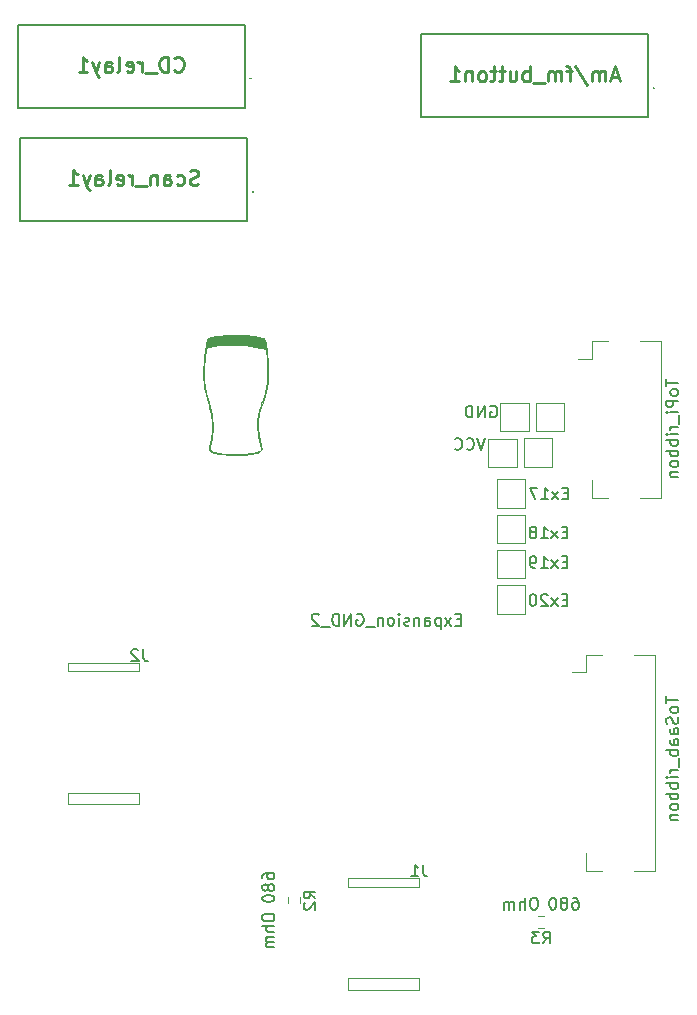
<source format=gbr>
%TF.GenerationSoftware,KiCad,Pcbnew,(7.0.0)*%
%TF.CreationDate,2023-03-15T21:07:42-04:00*%
%TF.ProjectId,headunit_controls,68656164-756e-4697-945f-636f6e74726f,rev?*%
%TF.SameCoordinates,Original*%
%TF.FileFunction,Legend,Bot*%
%TF.FilePolarity,Positive*%
%FSLAX46Y46*%
G04 Gerber Fmt 4.6, Leading zero omitted, Abs format (unit mm)*
G04 Created by KiCad (PCBNEW (7.0.0)) date 2023-03-15 21:07:42*
%MOMM*%
%LPD*%
G01*
G04 APERTURE LIST*
%ADD10C,0.150000*%
%ADD11C,0.153000*%
%ADD12C,0.254000*%
%ADD13C,0.010000*%
%ADD14C,0.120000*%
%ADD15C,0.100000*%
%ADD16C,0.200000*%
G04 APERTURE END LIST*
D10*
%TO.C,R3*%
X147529166Y-180047380D02*
X147862499Y-179571190D01*
X148100594Y-180047380D02*
X148100594Y-179047380D01*
X148100594Y-179047380D02*
X147719642Y-179047380D01*
X147719642Y-179047380D02*
X147624404Y-179095000D01*
X147624404Y-179095000D02*
X147576785Y-179142619D01*
X147576785Y-179142619D02*
X147529166Y-179237857D01*
X147529166Y-179237857D02*
X147529166Y-179380714D01*
X147529166Y-179380714D02*
X147576785Y-179475952D01*
X147576785Y-179475952D02*
X147624404Y-179523571D01*
X147624404Y-179523571D02*
X147719642Y-179571190D01*
X147719642Y-179571190D02*
X148100594Y-179571190D01*
X147195832Y-179047380D02*
X146576785Y-179047380D01*
X146576785Y-179047380D02*
X146910118Y-179428333D01*
X146910118Y-179428333D02*
X146767261Y-179428333D01*
X146767261Y-179428333D02*
X146672023Y-179475952D01*
X146672023Y-179475952D02*
X146624404Y-179523571D01*
X146624404Y-179523571D02*
X146576785Y-179618809D01*
X146576785Y-179618809D02*
X146576785Y-179856904D01*
X146576785Y-179856904D02*
X146624404Y-179952142D01*
X146624404Y-179952142D02*
X146672023Y-179999761D01*
X146672023Y-179999761D02*
X146767261Y-180047380D01*
X146767261Y-180047380D02*
X147052975Y-180047380D01*
X147052975Y-180047380D02*
X147148213Y-179999761D01*
X147148213Y-179999761D02*
X147195832Y-179952142D01*
X150067261Y-176187380D02*
X150257737Y-176187380D01*
X150257737Y-176187380D02*
X150352975Y-176235000D01*
X150352975Y-176235000D02*
X150400594Y-176282619D01*
X150400594Y-176282619D02*
X150495832Y-176425476D01*
X150495832Y-176425476D02*
X150543451Y-176615952D01*
X150543451Y-176615952D02*
X150543451Y-176996904D01*
X150543451Y-176996904D02*
X150495832Y-177092142D01*
X150495832Y-177092142D02*
X150448213Y-177139761D01*
X150448213Y-177139761D02*
X150352975Y-177187380D01*
X150352975Y-177187380D02*
X150162499Y-177187380D01*
X150162499Y-177187380D02*
X150067261Y-177139761D01*
X150067261Y-177139761D02*
X150019642Y-177092142D01*
X150019642Y-177092142D02*
X149972023Y-176996904D01*
X149972023Y-176996904D02*
X149972023Y-176758809D01*
X149972023Y-176758809D02*
X150019642Y-176663571D01*
X150019642Y-176663571D02*
X150067261Y-176615952D01*
X150067261Y-176615952D02*
X150162499Y-176568333D01*
X150162499Y-176568333D02*
X150352975Y-176568333D01*
X150352975Y-176568333D02*
X150448213Y-176615952D01*
X150448213Y-176615952D02*
X150495832Y-176663571D01*
X150495832Y-176663571D02*
X150543451Y-176758809D01*
X149400594Y-176615952D02*
X149495832Y-176568333D01*
X149495832Y-176568333D02*
X149543451Y-176520714D01*
X149543451Y-176520714D02*
X149591070Y-176425476D01*
X149591070Y-176425476D02*
X149591070Y-176377857D01*
X149591070Y-176377857D02*
X149543451Y-176282619D01*
X149543451Y-176282619D02*
X149495832Y-176235000D01*
X149495832Y-176235000D02*
X149400594Y-176187380D01*
X149400594Y-176187380D02*
X149210118Y-176187380D01*
X149210118Y-176187380D02*
X149114880Y-176235000D01*
X149114880Y-176235000D02*
X149067261Y-176282619D01*
X149067261Y-176282619D02*
X149019642Y-176377857D01*
X149019642Y-176377857D02*
X149019642Y-176425476D01*
X149019642Y-176425476D02*
X149067261Y-176520714D01*
X149067261Y-176520714D02*
X149114880Y-176568333D01*
X149114880Y-176568333D02*
X149210118Y-176615952D01*
X149210118Y-176615952D02*
X149400594Y-176615952D01*
X149400594Y-176615952D02*
X149495832Y-176663571D01*
X149495832Y-176663571D02*
X149543451Y-176711190D01*
X149543451Y-176711190D02*
X149591070Y-176806428D01*
X149591070Y-176806428D02*
X149591070Y-176996904D01*
X149591070Y-176996904D02*
X149543451Y-177092142D01*
X149543451Y-177092142D02*
X149495832Y-177139761D01*
X149495832Y-177139761D02*
X149400594Y-177187380D01*
X149400594Y-177187380D02*
X149210118Y-177187380D01*
X149210118Y-177187380D02*
X149114880Y-177139761D01*
X149114880Y-177139761D02*
X149067261Y-177092142D01*
X149067261Y-177092142D02*
X149019642Y-176996904D01*
X149019642Y-176996904D02*
X149019642Y-176806428D01*
X149019642Y-176806428D02*
X149067261Y-176711190D01*
X149067261Y-176711190D02*
X149114880Y-176663571D01*
X149114880Y-176663571D02*
X149210118Y-176615952D01*
X148400594Y-176187380D02*
X148305356Y-176187380D01*
X148305356Y-176187380D02*
X148210118Y-176235000D01*
X148210118Y-176235000D02*
X148162499Y-176282619D01*
X148162499Y-176282619D02*
X148114880Y-176377857D01*
X148114880Y-176377857D02*
X148067261Y-176568333D01*
X148067261Y-176568333D02*
X148067261Y-176806428D01*
X148067261Y-176806428D02*
X148114880Y-176996904D01*
X148114880Y-176996904D02*
X148162499Y-177092142D01*
X148162499Y-177092142D02*
X148210118Y-177139761D01*
X148210118Y-177139761D02*
X148305356Y-177187380D01*
X148305356Y-177187380D02*
X148400594Y-177187380D01*
X148400594Y-177187380D02*
X148495832Y-177139761D01*
X148495832Y-177139761D02*
X148543451Y-177092142D01*
X148543451Y-177092142D02*
X148591070Y-176996904D01*
X148591070Y-176996904D02*
X148638689Y-176806428D01*
X148638689Y-176806428D02*
X148638689Y-176568333D01*
X148638689Y-176568333D02*
X148591070Y-176377857D01*
X148591070Y-176377857D02*
X148543451Y-176282619D01*
X148543451Y-176282619D02*
X148495832Y-176235000D01*
X148495832Y-176235000D02*
X148400594Y-176187380D01*
X146848213Y-176187380D02*
X146657737Y-176187380D01*
X146657737Y-176187380D02*
X146562499Y-176235000D01*
X146562499Y-176235000D02*
X146467261Y-176330238D01*
X146467261Y-176330238D02*
X146419642Y-176520714D01*
X146419642Y-176520714D02*
X146419642Y-176854047D01*
X146419642Y-176854047D02*
X146467261Y-177044523D01*
X146467261Y-177044523D02*
X146562499Y-177139761D01*
X146562499Y-177139761D02*
X146657737Y-177187380D01*
X146657737Y-177187380D02*
X146848213Y-177187380D01*
X146848213Y-177187380D02*
X146943451Y-177139761D01*
X146943451Y-177139761D02*
X147038689Y-177044523D01*
X147038689Y-177044523D02*
X147086308Y-176854047D01*
X147086308Y-176854047D02*
X147086308Y-176520714D01*
X147086308Y-176520714D02*
X147038689Y-176330238D01*
X147038689Y-176330238D02*
X146943451Y-176235000D01*
X146943451Y-176235000D02*
X146848213Y-176187380D01*
X145991070Y-177187380D02*
X145991070Y-176187380D01*
X145562499Y-177187380D02*
X145562499Y-176663571D01*
X145562499Y-176663571D02*
X145610118Y-176568333D01*
X145610118Y-176568333D02*
X145705356Y-176520714D01*
X145705356Y-176520714D02*
X145848213Y-176520714D01*
X145848213Y-176520714D02*
X145943451Y-176568333D01*
X145943451Y-176568333D02*
X145991070Y-176615952D01*
X145086308Y-177187380D02*
X145086308Y-176520714D01*
X145086308Y-176615952D02*
X145038689Y-176568333D01*
X145038689Y-176568333D02*
X144943451Y-176520714D01*
X144943451Y-176520714D02*
X144800594Y-176520714D01*
X144800594Y-176520714D02*
X144705356Y-176568333D01*
X144705356Y-176568333D02*
X144657737Y-176663571D01*
X144657737Y-176663571D02*
X144657737Y-177187380D01*
X144657737Y-176663571D02*
X144610118Y-176568333D01*
X144610118Y-176568333D02*
X144514880Y-176520714D01*
X144514880Y-176520714D02*
X144372023Y-176520714D01*
X144372023Y-176520714D02*
X144276784Y-176568333D01*
X144276784Y-176568333D02*
X144229165Y-176663571D01*
X144229165Y-176663571D02*
X144229165Y-177187380D01*
%TO.C,Ex20*%
X149571428Y-150943571D02*
X149238095Y-150943571D01*
X149095238Y-151467380D02*
X149571428Y-151467380D01*
X149571428Y-151467380D02*
X149571428Y-150467380D01*
X149571428Y-150467380D02*
X149095238Y-150467380D01*
X148761904Y-151467380D02*
X148238095Y-150800714D01*
X148761904Y-150800714D02*
X148238095Y-151467380D01*
X147904761Y-150562619D02*
X147857142Y-150515000D01*
X147857142Y-150515000D02*
X147761904Y-150467380D01*
X147761904Y-150467380D02*
X147523809Y-150467380D01*
X147523809Y-150467380D02*
X147428571Y-150515000D01*
X147428571Y-150515000D02*
X147380952Y-150562619D01*
X147380952Y-150562619D02*
X147333333Y-150657857D01*
X147333333Y-150657857D02*
X147333333Y-150753095D01*
X147333333Y-150753095D02*
X147380952Y-150895952D01*
X147380952Y-150895952D02*
X147952380Y-151467380D01*
X147952380Y-151467380D02*
X147333333Y-151467380D01*
X146714285Y-150467380D02*
X146619047Y-150467380D01*
X146619047Y-150467380D02*
X146523809Y-150515000D01*
X146523809Y-150515000D02*
X146476190Y-150562619D01*
X146476190Y-150562619D02*
X146428571Y-150657857D01*
X146428571Y-150657857D02*
X146380952Y-150848333D01*
X146380952Y-150848333D02*
X146380952Y-151086428D01*
X146380952Y-151086428D02*
X146428571Y-151276904D01*
X146428571Y-151276904D02*
X146476190Y-151372142D01*
X146476190Y-151372142D02*
X146523809Y-151419761D01*
X146523809Y-151419761D02*
X146619047Y-151467380D01*
X146619047Y-151467380D02*
X146714285Y-151467380D01*
X146714285Y-151467380D02*
X146809523Y-151419761D01*
X146809523Y-151419761D02*
X146857142Y-151372142D01*
X146857142Y-151372142D02*
X146904761Y-151276904D01*
X146904761Y-151276904D02*
X146952380Y-151086428D01*
X146952380Y-151086428D02*
X146952380Y-150848333D01*
X146952380Y-150848333D02*
X146904761Y-150657857D01*
X146904761Y-150657857D02*
X146857142Y-150562619D01*
X146857142Y-150562619D02*
X146809523Y-150515000D01*
X146809523Y-150515000D02*
X146714285Y-150467380D01*
D11*
%TO.C,ToSaab_ribbon*%
X157967380Y-159140476D02*
X157967380Y-159711904D01*
X158967380Y-159426190D02*
X157967380Y-159426190D01*
X158967380Y-160188095D02*
X158919761Y-160092857D01*
X158919761Y-160092857D02*
X158872142Y-160045238D01*
X158872142Y-160045238D02*
X158776904Y-159997619D01*
X158776904Y-159997619D02*
X158491190Y-159997619D01*
X158491190Y-159997619D02*
X158395952Y-160045238D01*
X158395952Y-160045238D02*
X158348333Y-160092857D01*
X158348333Y-160092857D02*
X158300714Y-160188095D01*
X158300714Y-160188095D02*
X158300714Y-160330952D01*
X158300714Y-160330952D02*
X158348333Y-160426190D01*
X158348333Y-160426190D02*
X158395952Y-160473809D01*
X158395952Y-160473809D02*
X158491190Y-160521428D01*
X158491190Y-160521428D02*
X158776904Y-160521428D01*
X158776904Y-160521428D02*
X158872142Y-160473809D01*
X158872142Y-160473809D02*
X158919761Y-160426190D01*
X158919761Y-160426190D02*
X158967380Y-160330952D01*
X158967380Y-160330952D02*
X158967380Y-160188095D01*
X158919761Y-160902381D02*
X158967380Y-161045238D01*
X158967380Y-161045238D02*
X158967380Y-161283333D01*
X158967380Y-161283333D02*
X158919761Y-161378571D01*
X158919761Y-161378571D02*
X158872142Y-161426190D01*
X158872142Y-161426190D02*
X158776904Y-161473809D01*
X158776904Y-161473809D02*
X158681666Y-161473809D01*
X158681666Y-161473809D02*
X158586428Y-161426190D01*
X158586428Y-161426190D02*
X158538809Y-161378571D01*
X158538809Y-161378571D02*
X158491190Y-161283333D01*
X158491190Y-161283333D02*
X158443571Y-161092857D01*
X158443571Y-161092857D02*
X158395952Y-160997619D01*
X158395952Y-160997619D02*
X158348333Y-160950000D01*
X158348333Y-160950000D02*
X158253095Y-160902381D01*
X158253095Y-160902381D02*
X158157857Y-160902381D01*
X158157857Y-160902381D02*
X158062619Y-160950000D01*
X158062619Y-160950000D02*
X158015000Y-160997619D01*
X158015000Y-160997619D02*
X157967380Y-161092857D01*
X157967380Y-161092857D02*
X157967380Y-161330952D01*
X157967380Y-161330952D02*
X158015000Y-161473809D01*
X158967380Y-162330952D02*
X158443571Y-162330952D01*
X158443571Y-162330952D02*
X158348333Y-162283333D01*
X158348333Y-162283333D02*
X158300714Y-162188095D01*
X158300714Y-162188095D02*
X158300714Y-161997619D01*
X158300714Y-161997619D02*
X158348333Y-161902381D01*
X158919761Y-162330952D02*
X158967380Y-162235714D01*
X158967380Y-162235714D02*
X158967380Y-161997619D01*
X158967380Y-161997619D02*
X158919761Y-161902381D01*
X158919761Y-161902381D02*
X158824523Y-161854762D01*
X158824523Y-161854762D02*
X158729285Y-161854762D01*
X158729285Y-161854762D02*
X158634047Y-161902381D01*
X158634047Y-161902381D02*
X158586428Y-161997619D01*
X158586428Y-161997619D02*
X158586428Y-162235714D01*
X158586428Y-162235714D02*
X158538809Y-162330952D01*
X158967380Y-163235714D02*
X158443571Y-163235714D01*
X158443571Y-163235714D02*
X158348333Y-163188095D01*
X158348333Y-163188095D02*
X158300714Y-163092857D01*
X158300714Y-163092857D02*
X158300714Y-162902381D01*
X158300714Y-162902381D02*
X158348333Y-162807143D01*
X158919761Y-163235714D02*
X158967380Y-163140476D01*
X158967380Y-163140476D02*
X158967380Y-162902381D01*
X158967380Y-162902381D02*
X158919761Y-162807143D01*
X158919761Y-162807143D02*
X158824523Y-162759524D01*
X158824523Y-162759524D02*
X158729285Y-162759524D01*
X158729285Y-162759524D02*
X158634047Y-162807143D01*
X158634047Y-162807143D02*
X158586428Y-162902381D01*
X158586428Y-162902381D02*
X158586428Y-163140476D01*
X158586428Y-163140476D02*
X158538809Y-163235714D01*
X158967380Y-163711905D02*
X157967380Y-163711905D01*
X158348333Y-163711905D02*
X158300714Y-163807143D01*
X158300714Y-163807143D02*
X158300714Y-163997619D01*
X158300714Y-163997619D02*
X158348333Y-164092857D01*
X158348333Y-164092857D02*
X158395952Y-164140476D01*
X158395952Y-164140476D02*
X158491190Y-164188095D01*
X158491190Y-164188095D02*
X158776904Y-164188095D01*
X158776904Y-164188095D02*
X158872142Y-164140476D01*
X158872142Y-164140476D02*
X158919761Y-164092857D01*
X158919761Y-164092857D02*
X158967380Y-163997619D01*
X158967380Y-163997619D02*
X158967380Y-163807143D01*
X158967380Y-163807143D02*
X158919761Y-163711905D01*
X159062619Y-164378572D02*
X159062619Y-165140476D01*
X158967380Y-165378572D02*
X158300714Y-165378572D01*
X158491190Y-165378572D02*
X158395952Y-165426191D01*
X158395952Y-165426191D02*
X158348333Y-165473810D01*
X158348333Y-165473810D02*
X158300714Y-165569048D01*
X158300714Y-165569048D02*
X158300714Y-165664286D01*
X158967380Y-165997620D02*
X158300714Y-165997620D01*
X157967380Y-165997620D02*
X158015000Y-165950001D01*
X158015000Y-165950001D02*
X158062619Y-165997620D01*
X158062619Y-165997620D02*
X158015000Y-166045239D01*
X158015000Y-166045239D02*
X157967380Y-165997620D01*
X157967380Y-165997620D02*
X158062619Y-165997620D01*
X158967380Y-166473810D02*
X157967380Y-166473810D01*
X158348333Y-166473810D02*
X158300714Y-166569048D01*
X158300714Y-166569048D02*
X158300714Y-166759524D01*
X158300714Y-166759524D02*
X158348333Y-166854762D01*
X158348333Y-166854762D02*
X158395952Y-166902381D01*
X158395952Y-166902381D02*
X158491190Y-166950000D01*
X158491190Y-166950000D02*
X158776904Y-166950000D01*
X158776904Y-166950000D02*
X158872142Y-166902381D01*
X158872142Y-166902381D02*
X158919761Y-166854762D01*
X158919761Y-166854762D02*
X158967380Y-166759524D01*
X158967380Y-166759524D02*
X158967380Y-166569048D01*
X158967380Y-166569048D02*
X158919761Y-166473810D01*
X158967380Y-167378572D02*
X157967380Y-167378572D01*
X158348333Y-167378572D02*
X158300714Y-167473810D01*
X158300714Y-167473810D02*
X158300714Y-167664286D01*
X158300714Y-167664286D02*
X158348333Y-167759524D01*
X158348333Y-167759524D02*
X158395952Y-167807143D01*
X158395952Y-167807143D02*
X158491190Y-167854762D01*
X158491190Y-167854762D02*
X158776904Y-167854762D01*
X158776904Y-167854762D02*
X158872142Y-167807143D01*
X158872142Y-167807143D02*
X158919761Y-167759524D01*
X158919761Y-167759524D02*
X158967380Y-167664286D01*
X158967380Y-167664286D02*
X158967380Y-167473810D01*
X158967380Y-167473810D02*
X158919761Y-167378572D01*
X158967380Y-168426191D02*
X158919761Y-168330953D01*
X158919761Y-168330953D02*
X158872142Y-168283334D01*
X158872142Y-168283334D02*
X158776904Y-168235715D01*
X158776904Y-168235715D02*
X158491190Y-168235715D01*
X158491190Y-168235715D02*
X158395952Y-168283334D01*
X158395952Y-168283334D02*
X158348333Y-168330953D01*
X158348333Y-168330953D02*
X158300714Y-168426191D01*
X158300714Y-168426191D02*
X158300714Y-168569048D01*
X158300714Y-168569048D02*
X158348333Y-168664286D01*
X158348333Y-168664286D02*
X158395952Y-168711905D01*
X158395952Y-168711905D02*
X158491190Y-168759524D01*
X158491190Y-168759524D02*
X158776904Y-168759524D01*
X158776904Y-168759524D02*
X158872142Y-168711905D01*
X158872142Y-168711905D02*
X158919761Y-168664286D01*
X158919761Y-168664286D02*
X158967380Y-168569048D01*
X158967380Y-168569048D02*
X158967380Y-168426191D01*
X158300714Y-169188096D02*
X158967380Y-169188096D01*
X158395952Y-169188096D02*
X158348333Y-169235715D01*
X158348333Y-169235715D02*
X158300714Y-169330953D01*
X158300714Y-169330953D02*
X158300714Y-169473810D01*
X158300714Y-169473810D02*
X158348333Y-169569048D01*
X158348333Y-169569048D02*
X158443571Y-169616667D01*
X158443571Y-169616667D02*
X158967380Y-169616667D01*
D10*
%TO.C,Expansion_GND_2*%
X140560714Y-152616496D02*
X140227381Y-152616496D01*
X140084524Y-153140305D02*
X140560714Y-153140305D01*
X140560714Y-153140305D02*
X140560714Y-152140305D01*
X140560714Y-152140305D02*
X140084524Y-152140305D01*
X139751190Y-153140305D02*
X139227381Y-152473639D01*
X139751190Y-152473639D02*
X139227381Y-153140305D01*
X138846428Y-152473639D02*
X138846428Y-153473639D01*
X138846428Y-152521258D02*
X138751190Y-152473639D01*
X138751190Y-152473639D02*
X138560714Y-152473639D01*
X138560714Y-152473639D02*
X138465476Y-152521258D01*
X138465476Y-152521258D02*
X138417857Y-152568877D01*
X138417857Y-152568877D02*
X138370238Y-152664115D01*
X138370238Y-152664115D02*
X138370238Y-152949829D01*
X138370238Y-152949829D02*
X138417857Y-153045067D01*
X138417857Y-153045067D02*
X138465476Y-153092686D01*
X138465476Y-153092686D02*
X138560714Y-153140305D01*
X138560714Y-153140305D02*
X138751190Y-153140305D01*
X138751190Y-153140305D02*
X138846428Y-153092686D01*
X137513095Y-153140305D02*
X137513095Y-152616496D01*
X137513095Y-152616496D02*
X137560714Y-152521258D01*
X137560714Y-152521258D02*
X137655952Y-152473639D01*
X137655952Y-152473639D02*
X137846428Y-152473639D01*
X137846428Y-152473639D02*
X137941666Y-152521258D01*
X137513095Y-153092686D02*
X137608333Y-153140305D01*
X137608333Y-153140305D02*
X137846428Y-153140305D01*
X137846428Y-153140305D02*
X137941666Y-153092686D01*
X137941666Y-153092686D02*
X137989285Y-152997448D01*
X137989285Y-152997448D02*
X137989285Y-152902210D01*
X137989285Y-152902210D02*
X137941666Y-152806972D01*
X137941666Y-152806972D02*
X137846428Y-152759353D01*
X137846428Y-152759353D02*
X137608333Y-152759353D01*
X137608333Y-152759353D02*
X137513095Y-152711734D01*
X137036904Y-152473639D02*
X137036904Y-153140305D01*
X137036904Y-152568877D02*
X136989285Y-152521258D01*
X136989285Y-152521258D02*
X136894047Y-152473639D01*
X136894047Y-152473639D02*
X136751190Y-152473639D01*
X136751190Y-152473639D02*
X136655952Y-152521258D01*
X136655952Y-152521258D02*
X136608333Y-152616496D01*
X136608333Y-152616496D02*
X136608333Y-153140305D01*
X136179761Y-153092686D02*
X136084523Y-153140305D01*
X136084523Y-153140305D02*
X135894047Y-153140305D01*
X135894047Y-153140305D02*
X135798809Y-153092686D01*
X135798809Y-153092686D02*
X135751190Y-152997448D01*
X135751190Y-152997448D02*
X135751190Y-152949829D01*
X135751190Y-152949829D02*
X135798809Y-152854591D01*
X135798809Y-152854591D02*
X135894047Y-152806972D01*
X135894047Y-152806972D02*
X136036904Y-152806972D01*
X136036904Y-152806972D02*
X136132142Y-152759353D01*
X136132142Y-152759353D02*
X136179761Y-152664115D01*
X136179761Y-152664115D02*
X136179761Y-152616496D01*
X136179761Y-152616496D02*
X136132142Y-152521258D01*
X136132142Y-152521258D02*
X136036904Y-152473639D01*
X136036904Y-152473639D02*
X135894047Y-152473639D01*
X135894047Y-152473639D02*
X135798809Y-152521258D01*
X135322618Y-153140305D02*
X135322618Y-152473639D01*
X135322618Y-152140305D02*
X135370237Y-152187925D01*
X135370237Y-152187925D02*
X135322618Y-152235544D01*
X135322618Y-152235544D02*
X135274999Y-152187925D01*
X135274999Y-152187925D02*
X135322618Y-152140305D01*
X135322618Y-152140305D02*
X135322618Y-152235544D01*
X134703571Y-153140305D02*
X134798809Y-153092686D01*
X134798809Y-153092686D02*
X134846428Y-153045067D01*
X134846428Y-153045067D02*
X134894047Y-152949829D01*
X134894047Y-152949829D02*
X134894047Y-152664115D01*
X134894047Y-152664115D02*
X134846428Y-152568877D01*
X134846428Y-152568877D02*
X134798809Y-152521258D01*
X134798809Y-152521258D02*
X134703571Y-152473639D01*
X134703571Y-152473639D02*
X134560714Y-152473639D01*
X134560714Y-152473639D02*
X134465476Y-152521258D01*
X134465476Y-152521258D02*
X134417857Y-152568877D01*
X134417857Y-152568877D02*
X134370238Y-152664115D01*
X134370238Y-152664115D02*
X134370238Y-152949829D01*
X134370238Y-152949829D02*
X134417857Y-153045067D01*
X134417857Y-153045067D02*
X134465476Y-153092686D01*
X134465476Y-153092686D02*
X134560714Y-153140305D01*
X134560714Y-153140305D02*
X134703571Y-153140305D01*
X133941666Y-152473639D02*
X133941666Y-153140305D01*
X133941666Y-152568877D02*
X133894047Y-152521258D01*
X133894047Y-152521258D02*
X133798809Y-152473639D01*
X133798809Y-152473639D02*
X133655952Y-152473639D01*
X133655952Y-152473639D02*
X133560714Y-152521258D01*
X133560714Y-152521258D02*
X133513095Y-152616496D01*
X133513095Y-152616496D02*
X133513095Y-153140305D01*
X133275000Y-153235544D02*
X132513095Y-153235544D01*
X131751190Y-152187925D02*
X131846428Y-152140305D01*
X131846428Y-152140305D02*
X131989285Y-152140305D01*
X131989285Y-152140305D02*
X132132142Y-152187925D01*
X132132142Y-152187925D02*
X132227380Y-152283163D01*
X132227380Y-152283163D02*
X132274999Y-152378401D01*
X132274999Y-152378401D02*
X132322618Y-152568877D01*
X132322618Y-152568877D02*
X132322618Y-152711734D01*
X132322618Y-152711734D02*
X132274999Y-152902210D01*
X132274999Y-152902210D02*
X132227380Y-152997448D01*
X132227380Y-152997448D02*
X132132142Y-153092686D01*
X132132142Y-153092686D02*
X131989285Y-153140305D01*
X131989285Y-153140305D02*
X131894047Y-153140305D01*
X131894047Y-153140305D02*
X131751190Y-153092686D01*
X131751190Y-153092686D02*
X131703571Y-153045067D01*
X131703571Y-153045067D02*
X131703571Y-152711734D01*
X131703571Y-152711734D02*
X131894047Y-152711734D01*
X131274999Y-153140305D02*
X131274999Y-152140305D01*
X131274999Y-152140305D02*
X130703571Y-153140305D01*
X130703571Y-153140305D02*
X130703571Y-152140305D01*
X130227380Y-153140305D02*
X130227380Y-152140305D01*
X130227380Y-152140305D02*
X129989285Y-152140305D01*
X129989285Y-152140305D02*
X129846428Y-152187925D01*
X129846428Y-152187925D02*
X129751190Y-152283163D01*
X129751190Y-152283163D02*
X129703571Y-152378401D01*
X129703571Y-152378401D02*
X129655952Y-152568877D01*
X129655952Y-152568877D02*
X129655952Y-152711734D01*
X129655952Y-152711734D02*
X129703571Y-152902210D01*
X129703571Y-152902210D02*
X129751190Y-152997448D01*
X129751190Y-152997448D02*
X129846428Y-153092686D01*
X129846428Y-153092686D02*
X129989285Y-153140305D01*
X129989285Y-153140305D02*
X130227380Y-153140305D01*
X129465476Y-153235544D02*
X128703571Y-153235544D01*
X128513094Y-152235544D02*
X128465475Y-152187925D01*
X128465475Y-152187925D02*
X128370237Y-152140305D01*
X128370237Y-152140305D02*
X128132142Y-152140305D01*
X128132142Y-152140305D02*
X128036904Y-152187925D01*
X128036904Y-152187925D02*
X127989285Y-152235544D01*
X127989285Y-152235544D02*
X127941666Y-152330782D01*
X127941666Y-152330782D02*
X127941666Y-152426020D01*
X127941666Y-152426020D02*
X127989285Y-152568877D01*
X127989285Y-152568877D02*
X128560713Y-153140305D01*
X128560713Y-153140305D02*
X127941666Y-153140305D01*
%TO.C,VCC*%
X142633332Y-137267380D02*
X142299999Y-138267380D01*
X142299999Y-138267380D02*
X141966666Y-137267380D01*
X141061904Y-138172142D02*
X141109523Y-138219761D01*
X141109523Y-138219761D02*
X141252380Y-138267380D01*
X141252380Y-138267380D02*
X141347618Y-138267380D01*
X141347618Y-138267380D02*
X141490475Y-138219761D01*
X141490475Y-138219761D02*
X141585713Y-138124523D01*
X141585713Y-138124523D02*
X141633332Y-138029285D01*
X141633332Y-138029285D02*
X141680951Y-137838809D01*
X141680951Y-137838809D02*
X141680951Y-137695952D01*
X141680951Y-137695952D02*
X141633332Y-137505476D01*
X141633332Y-137505476D02*
X141585713Y-137410238D01*
X141585713Y-137410238D02*
X141490475Y-137315000D01*
X141490475Y-137315000D02*
X141347618Y-137267380D01*
X141347618Y-137267380D02*
X141252380Y-137267380D01*
X141252380Y-137267380D02*
X141109523Y-137315000D01*
X141109523Y-137315000D02*
X141061904Y-137362619D01*
X140061904Y-138172142D02*
X140109523Y-138219761D01*
X140109523Y-138219761D02*
X140252380Y-138267380D01*
X140252380Y-138267380D02*
X140347618Y-138267380D01*
X140347618Y-138267380D02*
X140490475Y-138219761D01*
X140490475Y-138219761D02*
X140585713Y-138124523D01*
X140585713Y-138124523D02*
X140633332Y-138029285D01*
X140633332Y-138029285D02*
X140680951Y-137838809D01*
X140680951Y-137838809D02*
X140680951Y-137695952D01*
X140680951Y-137695952D02*
X140633332Y-137505476D01*
X140633332Y-137505476D02*
X140585713Y-137410238D01*
X140585713Y-137410238D02*
X140490475Y-137315000D01*
X140490475Y-137315000D02*
X140347618Y-137267380D01*
X140347618Y-137267380D02*
X140252380Y-137267380D01*
X140252380Y-137267380D02*
X140109523Y-137315000D01*
X140109523Y-137315000D02*
X140061904Y-137362619D01*
D12*
%TO.C,CD_relay1*%
X116308808Y-106145621D02*
X116369284Y-106206097D01*
X116369284Y-106206097D02*
X116550713Y-106266573D01*
X116550713Y-106266573D02*
X116671665Y-106266573D01*
X116671665Y-106266573D02*
X116853094Y-106206097D01*
X116853094Y-106206097D02*
X116974046Y-106085145D01*
X116974046Y-106085145D02*
X117034523Y-105964192D01*
X117034523Y-105964192D02*
X117094999Y-105722288D01*
X117094999Y-105722288D02*
X117094999Y-105540859D01*
X117094999Y-105540859D02*
X117034523Y-105298954D01*
X117034523Y-105298954D02*
X116974046Y-105178002D01*
X116974046Y-105178002D02*
X116853094Y-105057050D01*
X116853094Y-105057050D02*
X116671665Y-104996573D01*
X116671665Y-104996573D02*
X116550713Y-104996573D01*
X116550713Y-104996573D02*
X116369284Y-105057050D01*
X116369284Y-105057050D02*
X116308808Y-105117526D01*
X115764523Y-106266573D02*
X115764523Y-104996573D01*
X115764523Y-104996573D02*
X115462142Y-104996573D01*
X115462142Y-104996573D02*
X115280713Y-105057050D01*
X115280713Y-105057050D02*
X115159761Y-105178002D01*
X115159761Y-105178002D02*
X115099284Y-105298954D01*
X115099284Y-105298954D02*
X115038808Y-105540859D01*
X115038808Y-105540859D02*
X115038808Y-105722288D01*
X115038808Y-105722288D02*
X115099284Y-105964192D01*
X115099284Y-105964192D02*
X115159761Y-106085145D01*
X115159761Y-106085145D02*
X115280713Y-106206097D01*
X115280713Y-106206097D02*
X115462142Y-106266573D01*
X115462142Y-106266573D02*
X115764523Y-106266573D01*
X114796904Y-106387526D02*
X113829284Y-106387526D01*
X113526904Y-106266573D02*
X113526904Y-105419907D01*
X113526904Y-105661811D02*
X113466427Y-105540859D01*
X113466427Y-105540859D02*
X113405951Y-105480383D01*
X113405951Y-105480383D02*
X113284999Y-105419907D01*
X113284999Y-105419907D02*
X113164046Y-105419907D01*
X112256904Y-106206097D02*
X112377856Y-106266573D01*
X112377856Y-106266573D02*
X112619761Y-106266573D01*
X112619761Y-106266573D02*
X112740714Y-106206097D01*
X112740714Y-106206097D02*
X112801190Y-106085145D01*
X112801190Y-106085145D02*
X112801190Y-105601335D01*
X112801190Y-105601335D02*
X112740714Y-105480383D01*
X112740714Y-105480383D02*
X112619761Y-105419907D01*
X112619761Y-105419907D02*
X112377856Y-105419907D01*
X112377856Y-105419907D02*
X112256904Y-105480383D01*
X112256904Y-105480383D02*
X112196428Y-105601335D01*
X112196428Y-105601335D02*
X112196428Y-105722288D01*
X112196428Y-105722288D02*
X112801190Y-105843240D01*
X111470714Y-106266573D02*
X111591666Y-106206097D01*
X111591666Y-106206097D02*
X111652143Y-106085145D01*
X111652143Y-106085145D02*
X111652143Y-104996573D01*
X110442619Y-106266573D02*
X110442619Y-105601335D01*
X110442619Y-105601335D02*
X110503095Y-105480383D01*
X110503095Y-105480383D02*
X110624047Y-105419907D01*
X110624047Y-105419907D02*
X110865952Y-105419907D01*
X110865952Y-105419907D02*
X110986905Y-105480383D01*
X110442619Y-106206097D02*
X110563571Y-106266573D01*
X110563571Y-106266573D02*
X110865952Y-106266573D01*
X110865952Y-106266573D02*
X110986905Y-106206097D01*
X110986905Y-106206097D02*
X111047381Y-106085145D01*
X111047381Y-106085145D02*
X111047381Y-105964192D01*
X111047381Y-105964192D02*
X110986905Y-105843240D01*
X110986905Y-105843240D02*
X110865952Y-105782764D01*
X110865952Y-105782764D02*
X110563571Y-105782764D01*
X110563571Y-105782764D02*
X110442619Y-105722288D01*
X109958809Y-105419907D02*
X109656428Y-106266573D01*
X109354047Y-105419907D02*
X109656428Y-106266573D01*
X109656428Y-106266573D02*
X109777380Y-106568954D01*
X109777380Y-106568954D02*
X109837857Y-106629430D01*
X109837857Y-106629430D02*
X109958809Y-106689907D01*
X108204999Y-106266573D02*
X108930714Y-106266573D01*
X108567857Y-106266573D02*
X108567857Y-104996573D01*
X108567857Y-104996573D02*
X108688809Y-105178002D01*
X108688809Y-105178002D02*
X108809761Y-105298954D01*
X108809761Y-105298954D02*
X108930714Y-105359430D01*
D10*
%TO.C,Ex17*%
X149621428Y-141943571D02*
X149288095Y-141943571D01*
X149145238Y-142467380D02*
X149621428Y-142467380D01*
X149621428Y-142467380D02*
X149621428Y-141467380D01*
X149621428Y-141467380D02*
X149145238Y-141467380D01*
X148811904Y-142467380D02*
X148288095Y-141800714D01*
X148811904Y-141800714D02*
X148288095Y-142467380D01*
X147383333Y-142467380D02*
X147954761Y-142467380D01*
X147669047Y-142467380D02*
X147669047Y-141467380D01*
X147669047Y-141467380D02*
X147764285Y-141610238D01*
X147764285Y-141610238D02*
X147859523Y-141705476D01*
X147859523Y-141705476D02*
X147954761Y-141753095D01*
X147049999Y-141467380D02*
X146383333Y-141467380D01*
X146383333Y-141467380D02*
X146811904Y-142467380D01*
D12*
%TO.C,Am/fm_button1*%
X153936190Y-106703716D02*
X153331428Y-106703716D01*
X154057142Y-107066573D02*
X153633809Y-105796573D01*
X153633809Y-105796573D02*
X153210475Y-107066573D01*
X152787143Y-107066573D02*
X152787143Y-106219907D01*
X152787143Y-106340859D02*
X152726666Y-106280383D01*
X152726666Y-106280383D02*
X152605714Y-106219907D01*
X152605714Y-106219907D02*
X152424285Y-106219907D01*
X152424285Y-106219907D02*
X152303333Y-106280383D01*
X152303333Y-106280383D02*
X152242857Y-106401335D01*
X152242857Y-106401335D02*
X152242857Y-107066573D01*
X152242857Y-106401335D02*
X152182381Y-106280383D01*
X152182381Y-106280383D02*
X152061428Y-106219907D01*
X152061428Y-106219907D02*
X151880000Y-106219907D01*
X151880000Y-106219907D02*
X151759047Y-106280383D01*
X151759047Y-106280383D02*
X151698571Y-106401335D01*
X151698571Y-106401335D02*
X151698571Y-107066573D01*
X150186667Y-105736097D02*
X151275238Y-107368954D01*
X149944762Y-106219907D02*
X149460953Y-106219907D01*
X149763334Y-107066573D02*
X149763334Y-105978002D01*
X149763334Y-105978002D02*
X149702857Y-105857050D01*
X149702857Y-105857050D02*
X149581905Y-105796573D01*
X149581905Y-105796573D02*
X149460953Y-105796573D01*
X149037620Y-107066573D02*
X149037620Y-106219907D01*
X149037620Y-106340859D02*
X148977143Y-106280383D01*
X148977143Y-106280383D02*
X148856191Y-106219907D01*
X148856191Y-106219907D02*
X148674762Y-106219907D01*
X148674762Y-106219907D02*
X148553810Y-106280383D01*
X148553810Y-106280383D02*
X148493334Y-106401335D01*
X148493334Y-106401335D02*
X148493334Y-107066573D01*
X148493334Y-106401335D02*
X148432858Y-106280383D01*
X148432858Y-106280383D02*
X148311905Y-106219907D01*
X148311905Y-106219907D02*
X148130477Y-106219907D01*
X148130477Y-106219907D02*
X148009524Y-106280383D01*
X148009524Y-106280383D02*
X147949048Y-106401335D01*
X147949048Y-106401335D02*
X147949048Y-107066573D01*
X147646668Y-107187526D02*
X146679048Y-107187526D01*
X146376668Y-107066573D02*
X146376668Y-105796573D01*
X146376668Y-106280383D02*
X146255715Y-106219907D01*
X146255715Y-106219907D02*
X146013810Y-106219907D01*
X146013810Y-106219907D02*
X145892858Y-106280383D01*
X145892858Y-106280383D02*
X145832382Y-106340859D01*
X145832382Y-106340859D02*
X145771906Y-106461811D01*
X145771906Y-106461811D02*
X145771906Y-106824669D01*
X145771906Y-106824669D02*
X145832382Y-106945621D01*
X145832382Y-106945621D02*
X145892858Y-107006097D01*
X145892858Y-107006097D02*
X146013810Y-107066573D01*
X146013810Y-107066573D02*
X146255715Y-107066573D01*
X146255715Y-107066573D02*
X146376668Y-107006097D01*
X144683334Y-106219907D02*
X144683334Y-107066573D01*
X145227620Y-106219907D02*
X145227620Y-106885145D01*
X145227620Y-106885145D02*
X145167143Y-107006097D01*
X145167143Y-107006097D02*
X145046191Y-107066573D01*
X145046191Y-107066573D02*
X144864762Y-107066573D01*
X144864762Y-107066573D02*
X144743810Y-107006097D01*
X144743810Y-107006097D02*
X144683334Y-106945621D01*
X144260000Y-106219907D02*
X143776191Y-106219907D01*
X144078572Y-105796573D02*
X144078572Y-106885145D01*
X144078572Y-106885145D02*
X144018095Y-107006097D01*
X144018095Y-107006097D02*
X143897143Y-107066573D01*
X143897143Y-107066573D02*
X143776191Y-107066573D01*
X143534286Y-106219907D02*
X143050477Y-106219907D01*
X143352858Y-105796573D02*
X143352858Y-106885145D01*
X143352858Y-106885145D02*
X143292381Y-107006097D01*
X143292381Y-107006097D02*
X143171429Y-107066573D01*
X143171429Y-107066573D02*
X143050477Y-107066573D01*
X142445715Y-107066573D02*
X142566667Y-107006097D01*
X142566667Y-107006097D02*
X142627144Y-106945621D01*
X142627144Y-106945621D02*
X142687620Y-106824669D01*
X142687620Y-106824669D02*
X142687620Y-106461811D01*
X142687620Y-106461811D02*
X142627144Y-106340859D01*
X142627144Y-106340859D02*
X142566667Y-106280383D01*
X142566667Y-106280383D02*
X142445715Y-106219907D01*
X142445715Y-106219907D02*
X142264286Y-106219907D01*
X142264286Y-106219907D02*
X142143334Y-106280383D01*
X142143334Y-106280383D02*
X142082858Y-106340859D01*
X142082858Y-106340859D02*
X142022382Y-106461811D01*
X142022382Y-106461811D02*
X142022382Y-106824669D01*
X142022382Y-106824669D02*
X142082858Y-106945621D01*
X142082858Y-106945621D02*
X142143334Y-107006097D01*
X142143334Y-107006097D02*
X142264286Y-107066573D01*
X142264286Y-107066573D02*
X142445715Y-107066573D01*
X141478096Y-106219907D02*
X141478096Y-107066573D01*
X141478096Y-106340859D02*
X141417619Y-106280383D01*
X141417619Y-106280383D02*
X141296667Y-106219907D01*
X141296667Y-106219907D02*
X141115238Y-106219907D01*
X141115238Y-106219907D02*
X140994286Y-106280383D01*
X140994286Y-106280383D02*
X140933810Y-106401335D01*
X140933810Y-106401335D02*
X140933810Y-107066573D01*
X139663809Y-107066573D02*
X140389524Y-107066573D01*
X140026667Y-107066573D02*
X140026667Y-105796573D01*
X140026667Y-105796573D02*
X140147619Y-105978002D01*
X140147619Y-105978002D02*
X140268571Y-106098954D01*
X140268571Y-106098954D02*
X140389524Y-106159430D01*
%TO.C,Scan_relay1*%
X118333095Y-115781097D02*
X118151666Y-115841573D01*
X118151666Y-115841573D02*
X117849285Y-115841573D01*
X117849285Y-115841573D02*
X117728333Y-115781097D01*
X117728333Y-115781097D02*
X117667857Y-115720621D01*
X117667857Y-115720621D02*
X117607380Y-115599669D01*
X117607380Y-115599669D02*
X117607380Y-115478716D01*
X117607380Y-115478716D02*
X117667857Y-115357764D01*
X117667857Y-115357764D02*
X117728333Y-115297288D01*
X117728333Y-115297288D02*
X117849285Y-115236811D01*
X117849285Y-115236811D02*
X118091190Y-115176335D01*
X118091190Y-115176335D02*
X118212142Y-115115859D01*
X118212142Y-115115859D02*
X118272619Y-115055383D01*
X118272619Y-115055383D02*
X118333095Y-114934430D01*
X118333095Y-114934430D02*
X118333095Y-114813478D01*
X118333095Y-114813478D02*
X118272619Y-114692526D01*
X118272619Y-114692526D02*
X118212142Y-114632050D01*
X118212142Y-114632050D02*
X118091190Y-114571573D01*
X118091190Y-114571573D02*
X117788809Y-114571573D01*
X117788809Y-114571573D02*
X117607380Y-114632050D01*
X116518809Y-115781097D02*
X116639761Y-115841573D01*
X116639761Y-115841573D02*
X116881666Y-115841573D01*
X116881666Y-115841573D02*
X117002618Y-115781097D01*
X117002618Y-115781097D02*
X117063095Y-115720621D01*
X117063095Y-115720621D02*
X117123571Y-115599669D01*
X117123571Y-115599669D02*
X117123571Y-115236811D01*
X117123571Y-115236811D02*
X117063095Y-115115859D01*
X117063095Y-115115859D02*
X117002618Y-115055383D01*
X117002618Y-115055383D02*
X116881666Y-114994907D01*
X116881666Y-114994907D02*
X116639761Y-114994907D01*
X116639761Y-114994907D02*
X116518809Y-115055383D01*
X115430238Y-115841573D02*
X115430238Y-115176335D01*
X115430238Y-115176335D02*
X115490714Y-115055383D01*
X115490714Y-115055383D02*
X115611666Y-114994907D01*
X115611666Y-114994907D02*
X115853571Y-114994907D01*
X115853571Y-114994907D02*
X115974524Y-115055383D01*
X115430238Y-115781097D02*
X115551190Y-115841573D01*
X115551190Y-115841573D02*
X115853571Y-115841573D01*
X115853571Y-115841573D02*
X115974524Y-115781097D01*
X115974524Y-115781097D02*
X116035000Y-115660145D01*
X116035000Y-115660145D02*
X116035000Y-115539192D01*
X116035000Y-115539192D02*
X115974524Y-115418240D01*
X115974524Y-115418240D02*
X115853571Y-115357764D01*
X115853571Y-115357764D02*
X115551190Y-115357764D01*
X115551190Y-115357764D02*
X115430238Y-115297288D01*
X114825476Y-114994907D02*
X114825476Y-115841573D01*
X114825476Y-115115859D02*
X114764999Y-115055383D01*
X114764999Y-115055383D02*
X114644047Y-114994907D01*
X114644047Y-114994907D02*
X114462618Y-114994907D01*
X114462618Y-114994907D02*
X114341666Y-115055383D01*
X114341666Y-115055383D02*
X114281190Y-115176335D01*
X114281190Y-115176335D02*
X114281190Y-115841573D01*
X113978809Y-115962526D02*
X113011189Y-115962526D01*
X112708809Y-115841573D02*
X112708809Y-114994907D01*
X112708809Y-115236811D02*
X112648332Y-115115859D01*
X112648332Y-115115859D02*
X112587856Y-115055383D01*
X112587856Y-115055383D02*
X112466904Y-114994907D01*
X112466904Y-114994907D02*
X112345951Y-114994907D01*
X111438809Y-115781097D02*
X111559761Y-115841573D01*
X111559761Y-115841573D02*
X111801666Y-115841573D01*
X111801666Y-115841573D02*
X111922619Y-115781097D01*
X111922619Y-115781097D02*
X111983095Y-115660145D01*
X111983095Y-115660145D02*
X111983095Y-115176335D01*
X111983095Y-115176335D02*
X111922619Y-115055383D01*
X111922619Y-115055383D02*
X111801666Y-114994907D01*
X111801666Y-114994907D02*
X111559761Y-114994907D01*
X111559761Y-114994907D02*
X111438809Y-115055383D01*
X111438809Y-115055383D02*
X111378333Y-115176335D01*
X111378333Y-115176335D02*
X111378333Y-115297288D01*
X111378333Y-115297288D02*
X111983095Y-115418240D01*
X110652619Y-115841573D02*
X110773571Y-115781097D01*
X110773571Y-115781097D02*
X110834048Y-115660145D01*
X110834048Y-115660145D02*
X110834048Y-114571573D01*
X109624524Y-115841573D02*
X109624524Y-115176335D01*
X109624524Y-115176335D02*
X109685000Y-115055383D01*
X109685000Y-115055383D02*
X109805952Y-114994907D01*
X109805952Y-114994907D02*
X110047857Y-114994907D01*
X110047857Y-114994907D02*
X110168810Y-115055383D01*
X109624524Y-115781097D02*
X109745476Y-115841573D01*
X109745476Y-115841573D02*
X110047857Y-115841573D01*
X110047857Y-115841573D02*
X110168810Y-115781097D01*
X110168810Y-115781097D02*
X110229286Y-115660145D01*
X110229286Y-115660145D02*
X110229286Y-115539192D01*
X110229286Y-115539192D02*
X110168810Y-115418240D01*
X110168810Y-115418240D02*
X110047857Y-115357764D01*
X110047857Y-115357764D02*
X109745476Y-115357764D01*
X109745476Y-115357764D02*
X109624524Y-115297288D01*
X109140714Y-114994907D02*
X108838333Y-115841573D01*
X108535952Y-114994907D02*
X108838333Y-115841573D01*
X108838333Y-115841573D02*
X108959285Y-116143954D01*
X108959285Y-116143954D02*
X109019762Y-116204430D01*
X109019762Y-116204430D02*
X109140714Y-116264907D01*
X107386904Y-115841573D02*
X108112619Y-115841573D01*
X107749762Y-115841573D02*
X107749762Y-114571573D01*
X107749762Y-114571573D02*
X107870714Y-114753002D01*
X107870714Y-114753002D02*
X107991666Y-114873954D01*
X107991666Y-114873954D02*
X108112619Y-114934430D01*
D10*
%TO.C,ToPi_ribbon*%
X157967380Y-132285714D02*
X157967380Y-132857142D01*
X158967380Y-132571428D02*
X157967380Y-132571428D01*
X158967380Y-133333333D02*
X158919761Y-133238095D01*
X158919761Y-133238095D02*
X158872142Y-133190476D01*
X158872142Y-133190476D02*
X158776904Y-133142857D01*
X158776904Y-133142857D02*
X158491190Y-133142857D01*
X158491190Y-133142857D02*
X158395952Y-133190476D01*
X158395952Y-133190476D02*
X158348333Y-133238095D01*
X158348333Y-133238095D02*
X158300714Y-133333333D01*
X158300714Y-133333333D02*
X158300714Y-133476190D01*
X158300714Y-133476190D02*
X158348333Y-133571428D01*
X158348333Y-133571428D02*
X158395952Y-133619047D01*
X158395952Y-133619047D02*
X158491190Y-133666666D01*
X158491190Y-133666666D02*
X158776904Y-133666666D01*
X158776904Y-133666666D02*
X158872142Y-133619047D01*
X158872142Y-133619047D02*
X158919761Y-133571428D01*
X158919761Y-133571428D02*
X158967380Y-133476190D01*
X158967380Y-133476190D02*
X158967380Y-133333333D01*
X158967380Y-134095238D02*
X157967380Y-134095238D01*
X157967380Y-134095238D02*
X157967380Y-134476190D01*
X157967380Y-134476190D02*
X158015000Y-134571428D01*
X158015000Y-134571428D02*
X158062619Y-134619047D01*
X158062619Y-134619047D02*
X158157857Y-134666666D01*
X158157857Y-134666666D02*
X158300714Y-134666666D01*
X158300714Y-134666666D02*
X158395952Y-134619047D01*
X158395952Y-134619047D02*
X158443571Y-134571428D01*
X158443571Y-134571428D02*
X158491190Y-134476190D01*
X158491190Y-134476190D02*
X158491190Y-134095238D01*
X158967380Y-135095238D02*
X158300714Y-135095238D01*
X157967380Y-135095238D02*
X158015000Y-135047619D01*
X158015000Y-135047619D02*
X158062619Y-135095238D01*
X158062619Y-135095238D02*
X158015000Y-135142857D01*
X158015000Y-135142857D02*
X157967380Y-135095238D01*
X157967380Y-135095238D02*
X158062619Y-135095238D01*
X159062619Y-135333333D02*
X159062619Y-136095237D01*
X158967380Y-136333333D02*
X158300714Y-136333333D01*
X158491190Y-136333333D02*
X158395952Y-136380952D01*
X158395952Y-136380952D02*
X158348333Y-136428571D01*
X158348333Y-136428571D02*
X158300714Y-136523809D01*
X158300714Y-136523809D02*
X158300714Y-136619047D01*
X158967380Y-136952381D02*
X158300714Y-136952381D01*
X157967380Y-136952381D02*
X158015000Y-136904762D01*
X158015000Y-136904762D02*
X158062619Y-136952381D01*
X158062619Y-136952381D02*
X158015000Y-137000000D01*
X158015000Y-137000000D02*
X157967380Y-136952381D01*
X157967380Y-136952381D02*
X158062619Y-136952381D01*
X158967380Y-137428571D02*
X157967380Y-137428571D01*
X158348333Y-137428571D02*
X158300714Y-137523809D01*
X158300714Y-137523809D02*
X158300714Y-137714285D01*
X158300714Y-137714285D02*
X158348333Y-137809523D01*
X158348333Y-137809523D02*
X158395952Y-137857142D01*
X158395952Y-137857142D02*
X158491190Y-137904761D01*
X158491190Y-137904761D02*
X158776904Y-137904761D01*
X158776904Y-137904761D02*
X158872142Y-137857142D01*
X158872142Y-137857142D02*
X158919761Y-137809523D01*
X158919761Y-137809523D02*
X158967380Y-137714285D01*
X158967380Y-137714285D02*
X158967380Y-137523809D01*
X158967380Y-137523809D02*
X158919761Y-137428571D01*
X158967380Y-138333333D02*
X157967380Y-138333333D01*
X158348333Y-138333333D02*
X158300714Y-138428571D01*
X158300714Y-138428571D02*
X158300714Y-138619047D01*
X158300714Y-138619047D02*
X158348333Y-138714285D01*
X158348333Y-138714285D02*
X158395952Y-138761904D01*
X158395952Y-138761904D02*
X158491190Y-138809523D01*
X158491190Y-138809523D02*
X158776904Y-138809523D01*
X158776904Y-138809523D02*
X158872142Y-138761904D01*
X158872142Y-138761904D02*
X158919761Y-138714285D01*
X158919761Y-138714285D02*
X158967380Y-138619047D01*
X158967380Y-138619047D02*
X158967380Y-138428571D01*
X158967380Y-138428571D02*
X158919761Y-138333333D01*
X158967380Y-139380952D02*
X158919761Y-139285714D01*
X158919761Y-139285714D02*
X158872142Y-139238095D01*
X158872142Y-139238095D02*
X158776904Y-139190476D01*
X158776904Y-139190476D02*
X158491190Y-139190476D01*
X158491190Y-139190476D02*
X158395952Y-139238095D01*
X158395952Y-139238095D02*
X158348333Y-139285714D01*
X158348333Y-139285714D02*
X158300714Y-139380952D01*
X158300714Y-139380952D02*
X158300714Y-139523809D01*
X158300714Y-139523809D02*
X158348333Y-139619047D01*
X158348333Y-139619047D02*
X158395952Y-139666666D01*
X158395952Y-139666666D02*
X158491190Y-139714285D01*
X158491190Y-139714285D02*
X158776904Y-139714285D01*
X158776904Y-139714285D02*
X158872142Y-139666666D01*
X158872142Y-139666666D02*
X158919761Y-139619047D01*
X158919761Y-139619047D02*
X158967380Y-139523809D01*
X158967380Y-139523809D02*
X158967380Y-139380952D01*
X158300714Y-140142857D02*
X158967380Y-140142857D01*
X158395952Y-140142857D02*
X158348333Y-140190476D01*
X158348333Y-140190476D02*
X158300714Y-140285714D01*
X158300714Y-140285714D02*
X158300714Y-140428571D01*
X158300714Y-140428571D02*
X158348333Y-140523809D01*
X158348333Y-140523809D02*
X158443571Y-140571428D01*
X158443571Y-140571428D02*
X158967380Y-140571428D01*
%TO.C,Ex18*%
X149571428Y-145243571D02*
X149238095Y-145243571D01*
X149095238Y-145767380D02*
X149571428Y-145767380D01*
X149571428Y-145767380D02*
X149571428Y-144767380D01*
X149571428Y-144767380D02*
X149095238Y-144767380D01*
X148761904Y-145767380D02*
X148238095Y-145100714D01*
X148761904Y-145100714D02*
X148238095Y-145767380D01*
X147333333Y-145767380D02*
X147904761Y-145767380D01*
X147619047Y-145767380D02*
X147619047Y-144767380D01*
X147619047Y-144767380D02*
X147714285Y-144910238D01*
X147714285Y-144910238D02*
X147809523Y-145005476D01*
X147809523Y-145005476D02*
X147904761Y-145053095D01*
X146761904Y-145195952D02*
X146857142Y-145148333D01*
X146857142Y-145148333D02*
X146904761Y-145100714D01*
X146904761Y-145100714D02*
X146952380Y-145005476D01*
X146952380Y-145005476D02*
X146952380Y-144957857D01*
X146952380Y-144957857D02*
X146904761Y-144862619D01*
X146904761Y-144862619D02*
X146857142Y-144815000D01*
X146857142Y-144815000D02*
X146761904Y-144767380D01*
X146761904Y-144767380D02*
X146571428Y-144767380D01*
X146571428Y-144767380D02*
X146476190Y-144815000D01*
X146476190Y-144815000D02*
X146428571Y-144862619D01*
X146428571Y-144862619D02*
X146380952Y-144957857D01*
X146380952Y-144957857D02*
X146380952Y-145005476D01*
X146380952Y-145005476D02*
X146428571Y-145100714D01*
X146428571Y-145100714D02*
X146476190Y-145148333D01*
X146476190Y-145148333D02*
X146571428Y-145195952D01*
X146571428Y-145195952D02*
X146761904Y-145195952D01*
X146761904Y-145195952D02*
X146857142Y-145243571D01*
X146857142Y-145243571D02*
X146904761Y-145291190D01*
X146904761Y-145291190D02*
X146952380Y-145386428D01*
X146952380Y-145386428D02*
X146952380Y-145576904D01*
X146952380Y-145576904D02*
X146904761Y-145672142D01*
X146904761Y-145672142D02*
X146857142Y-145719761D01*
X146857142Y-145719761D02*
X146761904Y-145767380D01*
X146761904Y-145767380D02*
X146571428Y-145767380D01*
X146571428Y-145767380D02*
X146476190Y-145719761D01*
X146476190Y-145719761D02*
X146428571Y-145672142D01*
X146428571Y-145672142D02*
X146380952Y-145576904D01*
X146380952Y-145576904D02*
X146380952Y-145386428D01*
X146380952Y-145386428D02*
X146428571Y-145291190D01*
X146428571Y-145291190D02*
X146476190Y-145243571D01*
X146476190Y-145243571D02*
X146571428Y-145195952D01*
%TO.C,J2*%
X113667437Y-155150380D02*
X113667437Y-155864666D01*
X113667437Y-155864666D02*
X113715056Y-156007523D01*
X113715056Y-156007523D02*
X113810294Y-156102761D01*
X113810294Y-156102761D02*
X113953151Y-156150380D01*
X113953151Y-156150380D02*
X114048389Y-156150380D01*
X113238865Y-155245619D02*
X113191246Y-155198000D01*
X113191246Y-155198000D02*
X113096008Y-155150380D01*
X113096008Y-155150380D02*
X112857913Y-155150380D01*
X112857913Y-155150380D02*
X112762675Y-155198000D01*
X112762675Y-155198000D02*
X112715056Y-155245619D01*
X112715056Y-155245619D02*
X112667437Y-155340857D01*
X112667437Y-155340857D02*
X112667437Y-155436095D01*
X112667437Y-155436095D02*
X112715056Y-155578952D01*
X112715056Y-155578952D02*
X113286484Y-156150380D01*
X113286484Y-156150380D02*
X112667437Y-156150380D01*
%TO.C,R2*%
X128247380Y-176245833D02*
X127771190Y-175912500D01*
X128247380Y-175674405D02*
X127247380Y-175674405D01*
X127247380Y-175674405D02*
X127247380Y-176055357D01*
X127247380Y-176055357D02*
X127295000Y-176150595D01*
X127295000Y-176150595D02*
X127342619Y-176198214D01*
X127342619Y-176198214D02*
X127437857Y-176245833D01*
X127437857Y-176245833D02*
X127580714Y-176245833D01*
X127580714Y-176245833D02*
X127675952Y-176198214D01*
X127675952Y-176198214D02*
X127723571Y-176150595D01*
X127723571Y-176150595D02*
X127771190Y-176055357D01*
X127771190Y-176055357D02*
X127771190Y-175674405D01*
X127342619Y-176626786D02*
X127295000Y-176674405D01*
X127295000Y-176674405D02*
X127247380Y-176769643D01*
X127247380Y-176769643D02*
X127247380Y-177007738D01*
X127247380Y-177007738D02*
X127295000Y-177102976D01*
X127295000Y-177102976D02*
X127342619Y-177150595D01*
X127342619Y-177150595D02*
X127437857Y-177198214D01*
X127437857Y-177198214D02*
X127533095Y-177198214D01*
X127533095Y-177198214D02*
X127675952Y-177150595D01*
X127675952Y-177150595D02*
X128247380Y-176579167D01*
X128247380Y-176579167D02*
X128247380Y-177198214D01*
X123767380Y-174545238D02*
X123767380Y-174354762D01*
X123767380Y-174354762D02*
X123815000Y-174259524D01*
X123815000Y-174259524D02*
X123862619Y-174211905D01*
X123862619Y-174211905D02*
X124005476Y-174116667D01*
X124005476Y-174116667D02*
X124195952Y-174069048D01*
X124195952Y-174069048D02*
X124576904Y-174069048D01*
X124576904Y-174069048D02*
X124672142Y-174116667D01*
X124672142Y-174116667D02*
X124719761Y-174164286D01*
X124719761Y-174164286D02*
X124767380Y-174259524D01*
X124767380Y-174259524D02*
X124767380Y-174450000D01*
X124767380Y-174450000D02*
X124719761Y-174545238D01*
X124719761Y-174545238D02*
X124672142Y-174592857D01*
X124672142Y-174592857D02*
X124576904Y-174640476D01*
X124576904Y-174640476D02*
X124338809Y-174640476D01*
X124338809Y-174640476D02*
X124243571Y-174592857D01*
X124243571Y-174592857D02*
X124195952Y-174545238D01*
X124195952Y-174545238D02*
X124148333Y-174450000D01*
X124148333Y-174450000D02*
X124148333Y-174259524D01*
X124148333Y-174259524D02*
X124195952Y-174164286D01*
X124195952Y-174164286D02*
X124243571Y-174116667D01*
X124243571Y-174116667D02*
X124338809Y-174069048D01*
X124195952Y-175211905D02*
X124148333Y-175116667D01*
X124148333Y-175116667D02*
X124100714Y-175069048D01*
X124100714Y-175069048D02*
X124005476Y-175021429D01*
X124005476Y-175021429D02*
X123957857Y-175021429D01*
X123957857Y-175021429D02*
X123862619Y-175069048D01*
X123862619Y-175069048D02*
X123815000Y-175116667D01*
X123815000Y-175116667D02*
X123767380Y-175211905D01*
X123767380Y-175211905D02*
X123767380Y-175402381D01*
X123767380Y-175402381D02*
X123815000Y-175497619D01*
X123815000Y-175497619D02*
X123862619Y-175545238D01*
X123862619Y-175545238D02*
X123957857Y-175592857D01*
X123957857Y-175592857D02*
X124005476Y-175592857D01*
X124005476Y-175592857D02*
X124100714Y-175545238D01*
X124100714Y-175545238D02*
X124148333Y-175497619D01*
X124148333Y-175497619D02*
X124195952Y-175402381D01*
X124195952Y-175402381D02*
X124195952Y-175211905D01*
X124195952Y-175211905D02*
X124243571Y-175116667D01*
X124243571Y-175116667D02*
X124291190Y-175069048D01*
X124291190Y-175069048D02*
X124386428Y-175021429D01*
X124386428Y-175021429D02*
X124576904Y-175021429D01*
X124576904Y-175021429D02*
X124672142Y-175069048D01*
X124672142Y-175069048D02*
X124719761Y-175116667D01*
X124719761Y-175116667D02*
X124767380Y-175211905D01*
X124767380Y-175211905D02*
X124767380Y-175402381D01*
X124767380Y-175402381D02*
X124719761Y-175497619D01*
X124719761Y-175497619D02*
X124672142Y-175545238D01*
X124672142Y-175545238D02*
X124576904Y-175592857D01*
X124576904Y-175592857D02*
X124386428Y-175592857D01*
X124386428Y-175592857D02*
X124291190Y-175545238D01*
X124291190Y-175545238D02*
X124243571Y-175497619D01*
X124243571Y-175497619D02*
X124195952Y-175402381D01*
X123767380Y-176211905D02*
X123767380Y-176307143D01*
X123767380Y-176307143D02*
X123815000Y-176402381D01*
X123815000Y-176402381D02*
X123862619Y-176450000D01*
X123862619Y-176450000D02*
X123957857Y-176497619D01*
X123957857Y-176497619D02*
X124148333Y-176545238D01*
X124148333Y-176545238D02*
X124386428Y-176545238D01*
X124386428Y-176545238D02*
X124576904Y-176497619D01*
X124576904Y-176497619D02*
X124672142Y-176450000D01*
X124672142Y-176450000D02*
X124719761Y-176402381D01*
X124719761Y-176402381D02*
X124767380Y-176307143D01*
X124767380Y-176307143D02*
X124767380Y-176211905D01*
X124767380Y-176211905D02*
X124719761Y-176116667D01*
X124719761Y-176116667D02*
X124672142Y-176069048D01*
X124672142Y-176069048D02*
X124576904Y-176021429D01*
X124576904Y-176021429D02*
X124386428Y-175973810D01*
X124386428Y-175973810D02*
X124148333Y-175973810D01*
X124148333Y-175973810D02*
X123957857Y-176021429D01*
X123957857Y-176021429D02*
X123862619Y-176069048D01*
X123862619Y-176069048D02*
X123815000Y-176116667D01*
X123815000Y-176116667D02*
X123767380Y-176211905D01*
X123767380Y-177764286D02*
X123767380Y-177954762D01*
X123767380Y-177954762D02*
X123815000Y-178050000D01*
X123815000Y-178050000D02*
X123910238Y-178145238D01*
X123910238Y-178145238D02*
X124100714Y-178192857D01*
X124100714Y-178192857D02*
X124434047Y-178192857D01*
X124434047Y-178192857D02*
X124624523Y-178145238D01*
X124624523Y-178145238D02*
X124719761Y-178050000D01*
X124719761Y-178050000D02*
X124767380Y-177954762D01*
X124767380Y-177954762D02*
X124767380Y-177764286D01*
X124767380Y-177764286D02*
X124719761Y-177669048D01*
X124719761Y-177669048D02*
X124624523Y-177573810D01*
X124624523Y-177573810D02*
X124434047Y-177526191D01*
X124434047Y-177526191D02*
X124100714Y-177526191D01*
X124100714Y-177526191D02*
X123910238Y-177573810D01*
X123910238Y-177573810D02*
X123815000Y-177669048D01*
X123815000Y-177669048D02*
X123767380Y-177764286D01*
X124767380Y-178621429D02*
X123767380Y-178621429D01*
X124767380Y-179050000D02*
X124243571Y-179050000D01*
X124243571Y-179050000D02*
X124148333Y-179002381D01*
X124148333Y-179002381D02*
X124100714Y-178907143D01*
X124100714Y-178907143D02*
X124100714Y-178764286D01*
X124100714Y-178764286D02*
X124148333Y-178669048D01*
X124148333Y-178669048D02*
X124195952Y-178621429D01*
X124767380Y-179526191D02*
X124100714Y-179526191D01*
X124195952Y-179526191D02*
X124148333Y-179573810D01*
X124148333Y-179573810D02*
X124100714Y-179669048D01*
X124100714Y-179669048D02*
X124100714Y-179811905D01*
X124100714Y-179811905D02*
X124148333Y-179907143D01*
X124148333Y-179907143D02*
X124243571Y-179954762D01*
X124243571Y-179954762D02*
X124767380Y-179954762D01*
X124243571Y-179954762D02*
X124148333Y-180002381D01*
X124148333Y-180002381D02*
X124100714Y-180097619D01*
X124100714Y-180097619D02*
X124100714Y-180240476D01*
X124100714Y-180240476D02*
X124148333Y-180335715D01*
X124148333Y-180335715D02*
X124243571Y-180383334D01*
X124243571Y-180383334D02*
X124767380Y-180383334D01*
%TO.C,Ex19*%
X149571428Y-147743571D02*
X149238095Y-147743571D01*
X149095238Y-148267380D02*
X149571428Y-148267380D01*
X149571428Y-148267380D02*
X149571428Y-147267380D01*
X149571428Y-147267380D02*
X149095238Y-147267380D01*
X148761904Y-148267380D02*
X148238095Y-147600714D01*
X148761904Y-147600714D02*
X148238095Y-148267380D01*
X147333333Y-148267380D02*
X147904761Y-148267380D01*
X147619047Y-148267380D02*
X147619047Y-147267380D01*
X147619047Y-147267380D02*
X147714285Y-147410238D01*
X147714285Y-147410238D02*
X147809523Y-147505476D01*
X147809523Y-147505476D02*
X147904761Y-147553095D01*
X146857142Y-148267380D02*
X146666666Y-148267380D01*
X146666666Y-148267380D02*
X146571428Y-148219761D01*
X146571428Y-148219761D02*
X146523809Y-148172142D01*
X146523809Y-148172142D02*
X146428571Y-148029285D01*
X146428571Y-148029285D02*
X146380952Y-147838809D01*
X146380952Y-147838809D02*
X146380952Y-147457857D01*
X146380952Y-147457857D02*
X146428571Y-147362619D01*
X146428571Y-147362619D02*
X146476190Y-147315000D01*
X146476190Y-147315000D02*
X146571428Y-147267380D01*
X146571428Y-147267380D02*
X146761904Y-147267380D01*
X146761904Y-147267380D02*
X146857142Y-147315000D01*
X146857142Y-147315000D02*
X146904761Y-147362619D01*
X146904761Y-147362619D02*
X146952380Y-147457857D01*
X146952380Y-147457857D02*
X146952380Y-147695952D01*
X146952380Y-147695952D02*
X146904761Y-147791190D01*
X146904761Y-147791190D02*
X146857142Y-147838809D01*
X146857142Y-147838809D02*
X146761904Y-147886428D01*
X146761904Y-147886428D02*
X146571428Y-147886428D01*
X146571428Y-147886428D02*
X146476190Y-147838809D01*
X146476190Y-147838809D02*
X146428571Y-147791190D01*
X146428571Y-147791190D02*
X146380952Y-147695952D01*
%TO.C,GND*%
X143061904Y-134565000D02*
X143157142Y-134517380D01*
X143157142Y-134517380D02*
X143299999Y-134517380D01*
X143299999Y-134517380D02*
X143442856Y-134565000D01*
X143442856Y-134565000D02*
X143538094Y-134660238D01*
X143538094Y-134660238D02*
X143585713Y-134755476D01*
X143585713Y-134755476D02*
X143633332Y-134945952D01*
X143633332Y-134945952D02*
X143633332Y-135088809D01*
X143633332Y-135088809D02*
X143585713Y-135279285D01*
X143585713Y-135279285D02*
X143538094Y-135374523D01*
X143538094Y-135374523D02*
X143442856Y-135469761D01*
X143442856Y-135469761D02*
X143299999Y-135517380D01*
X143299999Y-135517380D02*
X143204761Y-135517380D01*
X143204761Y-135517380D02*
X143061904Y-135469761D01*
X143061904Y-135469761D02*
X143014285Y-135422142D01*
X143014285Y-135422142D02*
X143014285Y-135088809D01*
X143014285Y-135088809D02*
X143204761Y-135088809D01*
X142585713Y-135517380D02*
X142585713Y-134517380D01*
X142585713Y-134517380D02*
X142014285Y-135517380D01*
X142014285Y-135517380D02*
X142014285Y-134517380D01*
X141538094Y-135517380D02*
X141538094Y-134517380D01*
X141538094Y-134517380D02*
X141299999Y-134517380D01*
X141299999Y-134517380D02*
X141157142Y-134565000D01*
X141157142Y-134565000D02*
X141061904Y-134660238D01*
X141061904Y-134660238D02*
X141014285Y-134755476D01*
X141014285Y-134755476D02*
X140966666Y-134945952D01*
X140966666Y-134945952D02*
X140966666Y-135088809D01*
X140966666Y-135088809D02*
X141014285Y-135279285D01*
X141014285Y-135279285D02*
X141061904Y-135374523D01*
X141061904Y-135374523D02*
X141157142Y-135469761D01*
X141157142Y-135469761D02*
X141299999Y-135517380D01*
X141299999Y-135517380D02*
X141538094Y-135517380D01*
%TO.C,J1*%
X137355163Y-173375851D02*
X137355163Y-174090137D01*
X137355163Y-174090137D02*
X137402782Y-174232994D01*
X137402782Y-174232994D02*
X137498020Y-174328232D01*
X137498020Y-174328232D02*
X137640877Y-174375851D01*
X137640877Y-174375851D02*
X137736115Y-174375851D01*
X136355163Y-174375851D02*
X136926591Y-174375851D01*
X136640877Y-174375851D02*
X136640877Y-173375851D01*
X136640877Y-173375851D02*
X136736115Y-173518709D01*
X136736115Y-173518709D02*
X136831353Y-173613947D01*
X136831353Y-173613947D02*
X136926591Y-173661566D01*
%TO.C,Ref\u002A\u002A*%
G36*
X124238498Y-131768482D02*
G01*
X124237096Y-131931612D01*
X124227421Y-132205871D01*
X124226209Y-132229050D01*
X124214795Y-132425613D01*
X124201674Y-132602464D01*
X124185597Y-132764978D01*
X124165319Y-132918531D01*
X124139590Y-133068498D01*
X124107165Y-133220255D01*
X124066793Y-133379179D01*
X124017230Y-133550645D01*
X123957226Y-133740028D01*
X123885534Y-133952705D01*
X123800906Y-134194051D01*
X123702095Y-134469442D01*
X123674977Y-134545274D01*
X123622017Y-134697702D01*
X123572290Y-134846161D01*
X123528697Y-134981731D01*
X123494139Y-135095492D01*
X123471516Y-135178525D01*
X123432710Y-135372181D01*
X123398620Y-135665475D01*
X123386186Y-135991179D01*
X123395563Y-136346918D01*
X123404148Y-136487781D01*
X123418325Y-136664832D01*
X123436577Y-136830301D01*
X123460473Y-136994629D01*
X123491583Y-137168256D01*
X123531477Y-137361622D01*
X123581723Y-137585168D01*
X123588686Y-137615356D01*
X123627700Y-137787974D01*
X123656738Y-137925559D01*
X123676277Y-138033280D01*
X123686795Y-138116305D01*
X123688768Y-138179803D01*
X123682675Y-138228945D01*
X123668993Y-138268899D01*
X123648200Y-138304835D01*
X123637878Y-138319050D01*
X123559807Y-138392441D01*
X123445436Y-138457298D01*
X123293858Y-138513862D01*
X123104168Y-138562372D01*
X122875461Y-138603066D01*
X122606831Y-138636185D01*
X122297371Y-138661968D01*
X122276207Y-138663365D01*
X121993724Y-138677417D01*
X121699929Y-138684199D01*
X121400758Y-138684038D01*
X121102147Y-138677261D01*
X120810033Y-138664197D01*
X120530351Y-138645173D01*
X120269037Y-138620517D01*
X120032028Y-138590557D01*
X119825258Y-138555620D01*
X119654665Y-138516035D01*
X119638575Y-138511518D01*
X119502282Y-138467304D01*
X119397600Y-138418198D01*
X119322347Y-138359319D01*
X119274342Y-138285787D01*
X119251405Y-138192724D01*
X119251354Y-138075248D01*
X119272008Y-137928480D01*
X119311186Y-137747540D01*
X119318802Y-137715522D01*
X119381094Y-137438019D01*
X119428881Y-137189546D01*
X119463114Y-136960770D01*
X119484743Y-136742355D01*
X119494721Y-136524968D01*
X119493998Y-136299274D01*
X119483524Y-136055938D01*
X119477594Y-135956645D01*
X119466904Y-135790282D01*
X119455827Y-135644447D01*
X119443257Y-135513011D01*
X119428083Y-135389847D01*
X119409199Y-135268827D01*
X119385495Y-135143824D01*
X119355863Y-135008709D01*
X119319195Y-134857355D01*
X119274382Y-134683634D01*
X119220317Y-134481419D01*
X119155890Y-134244582D01*
X119063064Y-133897028D01*
X118981162Y-133571564D01*
X118912831Y-133275659D01*
X118857287Y-133004238D01*
X118813748Y-132752224D01*
X118781430Y-132514540D01*
X118759550Y-132286111D01*
X118747324Y-132061859D01*
X118743969Y-131836709D01*
X118744964Y-131788107D01*
X118816370Y-131788107D01*
X118818580Y-132022577D01*
X118825780Y-132242151D01*
X118837966Y-132437780D01*
X118855129Y-132600418D01*
X118871177Y-132711764D01*
X118899123Y-132883458D01*
X118932131Y-133060517D01*
X118971500Y-133248767D01*
X119018530Y-133454037D01*
X119074521Y-133682156D01*
X119140771Y-133938951D01*
X119218581Y-134230251D01*
X119256234Y-134370459D01*
X119303356Y-134548906D01*
X119347347Y-134718702D01*
X119386581Y-134873416D01*
X119419431Y-135006616D01*
X119444270Y-135111872D01*
X119459473Y-135182751D01*
X119482970Y-135324883D01*
X119508030Y-135530465D01*
X119527738Y-135757132D01*
X119541814Y-135995916D01*
X119549980Y-136237847D01*
X119551955Y-136473958D01*
X119547459Y-136695278D01*
X119536214Y-136892839D01*
X119517939Y-137057671D01*
X119508527Y-137115396D01*
X119486953Y-137233010D01*
X119459523Y-137371062D01*
X119428793Y-137516843D01*
X119397318Y-137657641D01*
X119373961Y-137762201D01*
X119348235Y-137886575D01*
X119327533Y-137997179D01*
X119313541Y-138084897D01*
X119307945Y-138140615D01*
X119307621Y-138171190D01*
X119313430Y-138228084D01*
X119335265Y-138270150D01*
X119381266Y-138316965D01*
X119454342Y-138367382D01*
X119575145Y-138420124D01*
X119734520Y-138467830D01*
X119930585Y-138510104D01*
X120161457Y-138546546D01*
X120425254Y-138576757D01*
X120720094Y-138600341D01*
X120775390Y-138603499D01*
X120919656Y-138609241D01*
X121091797Y-138613597D01*
X121281989Y-138616517D01*
X121480405Y-138617948D01*
X121677219Y-138617842D01*
X121862605Y-138616146D01*
X122026737Y-138612810D01*
X122159788Y-138607783D01*
X122264452Y-138601299D01*
X122429793Y-138587623D01*
X122601580Y-138570015D01*
X122770069Y-138549680D01*
X122925514Y-138527821D01*
X123058168Y-138505643D01*
X123158286Y-138484352D01*
X123169879Y-138481376D01*
X123322090Y-138434780D01*
X123448371Y-138381694D01*
X123543263Y-138324799D01*
X123601309Y-138266775D01*
X123602655Y-138264676D01*
X123619019Y-138225808D01*
X123625681Y-138172767D01*
X123622102Y-138100294D01*
X123607740Y-138003127D01*
X123582056Y-137876006D01*
X123544510Y-137713670D01*
X123505999Y-137551203D01*
X123460888Y-137351383D01*
X123425016Y-137176548D01*
X123396965Y-137017521D01*
X123375316Y-136865124D01*
X123358649Y-136710180D01*
X123345547Y-136543513D01*
X123334590Y-136355943D01*
X123333356Y-136331180D01*
X123325406Y-136011608D01*
X123333211Y-135717317D01*
X123356515Y-135453079D01*
X123395064Y-135223662D01*
X123399739Y-135202796D01*
X123418113Y-135128169D01*
X123441584Y-135043733D01*
X123471554Y-134945229D01*
X123509429Y-134828400D01*
X123556613Y-134688987D01*
X123614509Y-134522732D01*
X123684522Y-134325379D01*
X123768056Y-134092668D01*
X123789759Y-134032194D01*
X123880032Y-133772730D01*
X123954537Y-133541185D01*
X124014930Y-133328921D01*
X124062865Y-133127302D01*
X124099999Y-132927691D01*
X124127985Y-132721450D01*
X124148481Y-132499944D01*
X124163140Y-132254535D01*
X124173619Y-131976586D01*
X124174768Y-131933463D01*
X124176952Y-131768482D01*
X124176420Y-131586708D01*
X124173424Y-131392687D01*
X124168217Y-131190969D01*
X124161052Y-130986101D01*
X124152180Y-130782630D01*
X124141854Y-130585106D01*
X124130327Y-130398075D01*
X124117852Y-130226087D01*
X124104679Y-130073688D01*
X124091063Y-129945426D01*
X124077255Y-129845851D01*
X124063509Y-129779509D01*
X124050075Y-129750949D01*
X124024575Y-129740618D01*
X123965622Y-129721278D01*
X123883457Y-129696478D01*
X123787388Y-129669117D01*
X123537981Y-129604388D01*
X123126613Y-129516573D01*
X122702809Y-129449786D01*
X122260086Y-129403244D01*
X121791961Y-129376164D01*
X121291955Y-129367763D01*
X121088044Y-129369493D01*
X120586897Y-129387563D01*
X120114995Y-129425709D01*
X119666254Y-129484513D01*
X119234590Y-129564556D01*
X119217339Y-129568254D01*
X119125822Y-129588839D01*
X119066865Y-129605433D01*
X119032647Y-129621531D01*
X119015349Y-129640628D01*
X119007151Y-129666219D01*
X119000644Y-129703495D01*
X118988961Y-129782909D01*
X118974170Y-129892144D01*
X118957108Y-130024365D01*
X118938612Y-130172739D01*
X118919520Y-130330430D01*
X118900667Y-130490603D01*
X118882891Y-130646423D01*
X118867029Y-130791057D01*
X118853918Y-130917668D01*
X118839753Y-131085803D01*
X118826950Y-131310672D01*
X118819158Y-131547789D01*
X118816370Y-131788107D01*
X118744964Y-131788107D01*
X118748703Y-131605585D01*
X118751139Y-131544004D01*
X118763267Y-131317328D01*
X118780526Y-131076421D01*
X118802278Y-130825989D01*
X118827880Y-130570740D01*
X118856693Y-130315381D01*
X118888076Y-130064620D01*
X118921388Y-129823164D01*
X118955989Y-129595720D01*
X118991238Y-129386996D01*
X119026495Y-129201699D01*
X119061120Y-129044536D01*
X119094471Y-128920214D01*
X119125908Y-128833442D01*
X119126032Y-128833171D01*
X119153933Y-128799063D01*
X119206889Y-128767115D01*
X119287769Y-128736558D01*
X119399439Y-128706621D01*
X119544767Y-128676536D01*
X119726622Y-128645533D01*
X119947871Y-128612842D01*
X120153450Y-128586878D01*
X120667812Y-128543878D01*
X121208328Y-128528099D01*
X121770615Y-128539495D01*
X122350285Y-128578021D01*
X122942955Y-128643632D01*
X123117412Y-128667834D01*
X123311685Y-128697617D01*
X123485962Y-128727472D01*
X123635821Y-128756533D01*
X123756835Y-128783930D01*
X123844580Y-128808797D01*
X123894632Y-128830266D01*
X123931127Y-128867071D01*
X123972965Y-128945306D01*
X124012592Y-129061690D01*
X124050468Y-129217615D01*
X124087051Y-129414473D01*
X124095246Y-129465452D01*
X124130327Y-129721303D01*
X124161301Y-130009031D01*
X124187742Y-130320188D01*
X124209227Y-130646321D01*
X124225329Y-130978981D01*
X124235625Y-131309717D01*
X124239689Y-131630077D01*
X124238498Y-131768482D01*
G37*
D13*
X124238498Y-131768482D02*
X124237096Y-131931612D01*
X124227421Y-132205871D01*
X124226209Y-132229050D01*
X124214795Y-132425613D01*
X124201674Y-132602464D01*
X124185597Y-132764978D01*
X124165319Y-132918531D01*
X124139590Y-133068498D01*
X124107165Y-133220255D01*
X124066793Y-133379179D01*
X124017230Y-133550645D01*
X123957226Y-133740028D01*
X123885534Y-133952705D01*
X123800906Y-134194051D01*
X123702095Y-134469442D01*
X123674977Y-134545274D01*
X123622017Y-134697702D01*
X123572290Y-134846161D01*
X123528697Y-134981731D01*
X123494139Y-135095492D01*
X123471516Y-135178525D01*
X123432710Y-135372181D01*
X123398620Y-135665475D01*
X123386186Y-135991179D01*
X123395563Y-136346918D01*
X123404148Y-136487781D01*
X123418325Y-136664832D01*
X123436577Y-136830301D01*
X123460473Y-136994629D01*
X123491583Y-137168256D01*
X123531477Y-137361622D01*
X123581723Y-137585168D01*
X123588686Y-137615356D01*
X123627700Y-137787974D01*
X123656738Y-137925559D01*
X123676277Y-138033280D01*
X123686795Y-138116305D01*
X123688768Y-138179803D01*
X123682675Y-138228945D01*
X123668993Y-138268899D01*
X123648200Y-138304835D01*
X123637878Y-138319050D01*
X123559807Y-138392441D01*
X123445436Y-138457298D01*
X123293858Y-138513862D01*
X123104168Y-138562372D01*
X122875461Y-138603066D01*
X122606831Y-138636185D01*
X122297371Y-138661968D01*
X122276207Y-138663365D01*
X121993724Y-138677417D01*
X121699929Y-138684199D01*
X121400758Y-138684038D01*
X121102147Y-138677261D01*
X120810033Y-138664197D01*
X120530351Y-138645173D01*
X120269037Y-138620517D01*
X120032028Y-138590557D01*
X119825258Y-138555620D01*
X119654665Y-138516035D01*
X119638575Y-138511518D01*
X119502282Y-138467304D01*
X119397600Y-138418198D01*
X119322347Y-138359319D01*
X119274342Y-138285787D01*
X119251405Y-138192724D01*
X119251354Y-138075248D01*
X119272008Y-137928480D01*
X119311186Y-137747540D01*
X119318802Y-137715522D01*
X119381094Y-137438019D01*
X119428881Y-137189546D01*
X119463114Y-136960770D01*
X119484743Y-136742355D01*
X119494721Y-136524968D01*
X119493998Y-136299274D01*
X119483524Y-136055938D01*
X119477594Y-135956645D01*
X119466904Y-135790282D01*
X119455827Y-135644447D01*
X119443257Y-135513011D01*
X119428083Y-135389847D01*
X119409199Y-135268827D01*
X119385495Y-135143824D01*
X119355863Y-135008709D01*
X119319195Y-134857355D01*
X119274382Y-134683634D01*
X119220317Y-134481419D01*
X119155890Y-134244582D01*
X119063064Y-133897028D01*
X118981162Y-133571564D01*
X118912831Y-133275659D01*
X118857287Y-133004238D01*
X118813748Y-132752224D01*
X118781430Y-132514540D01*
X118759550Y-132286111D01*
X118747324Y-132061859D01*
X118743969Y-131836709D01*
X118744964Y-131788107D01*
X118816370Y-131788107D01*
X118818580Y-132022577D01*
X118825780Y-132242151D01*
X118837966Y-132437780D01*
X118855129Y-132600418D01*
X118871177Y-132711764D01*
X118899123Y-132883458D01*
X118932131Y-133060517D01*
X118971500Y-133248767D01*
X119018530Y-133454037D01*
X119074521Y-133682156D01*
X119140771Y-133938951D01*
X119218581Y-134230251D01*
X119256234Y-134370459D01*
X119303356Y-134548906D01*
X119347347Y-134718702D01*
X119386581Y-134873416D01*
X119419431Y-135006616D01*
X119444270Y-135111872D01*
X119459473Y-135182751D01*
X119482970Y-135324883D01*
X119508030Y-135530465D01*
X119527738Y-135757132D01*
X119541814Y-135995916D01*
X119549980Y-136237847D01*
X119551955Y-136473958D01*
X119547459Y-136695278D01*
X119536214Y-136892839D01*
X119517939Y-137057671D01*
X119508527Y-137115396D01*
X119486953Y-137233010D01*
X119459523Y-137371062D01*
X119428793Y-137516843D01*
X119397318Y-137657641D01*
X119373961Y-137762201D01*
X119348235Y-137886575D01*
X119327533Y-137997179D01*
X119313541Y-138084897D01*
X119307945Y-138140615D01*
X119307621Y-138171190D01*
X119313430Y-138228084D01*
X119335265Y-138270150D01*
X119381266Y-138316965D01*
X119454342Y-138367382D01*
X119575145Y-138420124D01*
X119734520Y-138467830D01*
X119930585Y-138510104D01*
X120161457Y-138546546D01*
X120425254Y-138576757D01*
X120720094Y-138600341D01*
X120775390Y-138603499D01*
X120919656Y-138609241D01*
X121091797Y-138613597D01*
X121281989Y-138616517D01*
X121480405Y-138617948D01*
X121677219Y-138617842D01*
X121862605Y-138616146D01*
X122026737Y-138612810D01*
X122159788Y-138607783D01*
X122264452Y-138601299D01*
X122429793Y-138587623D01*
X122601580Y-138570015D01*
X122770069Y-138549680D01*
X122925514Y-138527821D01*
X123058168Y-138505643D01*
X123158286Y-138484352D01*
X123169879Y-138481376D01*
X123322090Y-138434780D01*
X123448371Y-138381694D01*
X123543263Y-138324799D01*
X123601309Y-138266775D01*
X123602655Y-138264676D01*
X123619019Y-138225808D01*
X123625681Y-138172767D01*
X123622102Y-138100294D01*
X123607740Y-138003127D01*
X123582056Y-137876006D01*
X123544510Y-137713670D01*
X123505999Y-137551203D01*
X123460888Y-137351383D01*
X123425016Y-137176548D01*
X123396965Y-137017521D01*
X123375316Y-136865124D01*
X123358649Y-136710180D01*
X123345547Y-136543513D01*
X123334590Y-136355943D01*
X123333356Y-136331180D01*
X123325406Y-136011608D01*
X123333211Y-135717317D01*
X123356515Y-135453079D01*
X123395064Y-135223662D01*
X123399739Y-135202796D01*
X123418113Y-135128169D01*
X123441584Y-135043733D01*
X123471554Y-134945229D01*
X123509429Y-134828400D01*
X123556613Y-134688987D01*
X123614509Y-134522732D01*
X123684522Y-134325379D01*
X123768056Y-134092668D01*
X123789759Y-134032194D01*
X123880032Y-133772730D01*
X123954537Y-133541185D01*
X124014930Y-133328921D01*
X124062865Y-133127302D01*
X124099999Y-132927691D01*
X124127985Y-132721450D01*
X124148481Y-132499944D01*
X124163140Y-132254535D01*
X124173619Y-131976586D01*
X124174768Y-131933463D01*
X124176952Y-131768482D01*
X124176420Y-131586708D01*
X124173424Y-131392687D01*
X124168217Y-131190969D01*
X124161052Y-130986101D01*
X124152180Y-130782630D01*
X124141854Y-130585106D01*
X124130327Y-130398075D01*
X124117852Y-130226087D01*
X124104679Y-130073688D01*
X124091063Y-129945426D01*
X124077255Y-129845851D01*
X124063509Y-129779509D01*
X124050075Y-129750949D01*
X124024575Y-129740618D01*
X123965622Y-129721278D01*
X123883457Y-129696478D01*
X123787388Y-129669117D01*
X123537981Y-129604388D01*
X123126613Y-129516573D01*
X122702809Y-129449786D01*
X122260086Y-129403244D01*
X121791961Y-129376164D01*
X121291955Y-129367763D01*
X121088044Y-129369493D01*
X120586897Y-129387563D01*
X120114995Y-129425709D01*
X119666254Y-129484513D01*
X119234590Y-129564556D01*
X119217339Y-129568254D01*
X119125822Y-129588839D01*
X119066865Y-129605433D01*
X119032647Y-129621531D01*
X119015349Y-129640628D01*
X119007151Y-129666219D01*
X119000644Y-129703495D01*
X118988961Y-129782909D01*
X118974170Y-129892144D01*
X118957108Y-130024365D01*
X118938612Y-130172739D01*
X118919520Y-130330430D01*
X118900667Y-130490603D01*
X118882891Y-130646423D01*
X118867029Y-130791057D01*
X118853918Y-130917668D01*
X118839753Y-131085803D01*
X118826950Y-131310672D01*
X118819158Y-131547789D01*
X118816370Y-131788107D01*
X118744964Y-131788107D01*
X118748703Y-131605585D01*
X118751139Y-131544004D01*
X118763267Y-131317328D01*
X118780526Y-131076421D01*
X118802278Y-130825989D01*
X118827880Y-130570740D01*
X118856693Y-130315381D01*
X118888076Y-130064620D01*
X118921388Y-129823164D01*
X118955989Y-129595720D01*
X118991238Y-129386996D01*
X119026495Y-129201699D01*
X119061120Y-129044536D01*
X119094471Y-128920214D01*
X119125908Y-128833442D01*
X119126032Y-128833171D01*
X119153933Y-128799063D01*
X119206889Y-128767115D01*
X119287769Y-128736558D01*
X119399439Y-128706621D01*
X119544767Y-128676536D01*
X119726622Y-128645533D01*
X119947871Y-128612842D01*
X120153450Y-128586878D01*
X120667812Y-128543878D01*
X121208328Y-128528099D01*
X121770615Y-128539495D01*
X122350285Y-128578021D01*
X122942955Y-128643632D01*
X123117412Y-128667834D01*
X123311685Y-128697617D01*
X123485962Y-128727472D01*
X123635821Y-128756533D01*
X123756835Y-128783930D01*
X123844580Y-128808797D01*
X123894632Y-128830266D01*
X123931127Y-128867071D01*
X123972965Y-128945306D01*
X124012592Y-129061690D01*
X124050468Y-129217615D01*
X124087051Y-129414473D01*
X124095246Y-129465452D01*
X124130327Y-129721303D01*
X124161301Y-130009031D01*
X124187742Y-130320188D01*
X124209227Y-130646321D01*
X124225329Y-130978981D01*
X124235625Y-131309717D01*
X124239689Y-131630077D01*
X124238498Y-131768482D01*
D14*
%TO.C,R3*%
X147107776Y-177727500D02*
X147617224Y-177727500D01*
X147107776Y-178772500D02*
X147617224Y-178772500D01*
%TO.C,Ex20*%
X146000000Y-152150000D02*
X146000000Y-149750000D01*
X146000000Y-149750000D02*
X143600000Y-149750000D01*
X143600000Y-152150000D02*
X146000000Y-152150000D01*
X143600000Y-149750000D02*
X143600000Y-152150000D01*
%TO.C,ToSaab_ribbon*%
X157000000Y-155600000D02*
X157000000Y-173900000D01*
X155260000Y-155600000D02*
X157000000Y-155600000D01*
X151200000Y-155600000D02*
X152540000Y-155600000D01*
X151200000Y-157090000D02*
X151200000Y-155600000D01*
X151200000Y-157090000D02*
X150000000Y-157090000D01*
X151200000Y-172410000D02*
X151200000Y-173900000D01*
X157000000Y-173900000D02*
X155260000Y-173900000D01*
X151200000Y-173900000D02*
X152540000Y-173900000D01*
%TO.C,Expansion_GND_2*%
X146300000Y-136700000D02*
X146300000Y-134300000D01*
X146300000Y-134300000D02*
X143900000Y-134300000D01*
X143900000Y-136700000D02*
X146300000Y-136700000D01*
X143900000Y-134300000D02*
X143900000Y-136700000D01*
%TO.C,VCC*%
X148300000Y-139700000D02*
X148300000Y-137300000D01*
X148300000Y-137300000D02*
X145900000Y-137300000D01*
X145900000Y-139700000D02*
X148300000Y-139700000D01*
X145900000Y-137300000D02*
X145900000Y-139700000D01*
D15*
%TO.C,CD_relay1*%
X122770000Y-106825000D02*
X122770000Y-106825000D01*
X122670000Y-106825000D02*
X122670000Y-106825000D01*
D16*
X122250000Y-109300000D02*
X103050000Y-109300000D01*
X122250000Y-102300000D02*
X122250000Y-109300000D01*
X103050000Y-109300000D02*
X103050000Y-102300000D01*
X103050000Y-102300000D02*
X122250000Y-102300000D01*
D15*
X122670000Y-106825000D02*
G75*
G03*
X122770000Y-106825000I50000J0D01*
G01*
X122770000Y-106825000D02*
G75*
G03*
X122670000Y-106825000I-50000J0D01*
G01*
D14*
%TO.C,Ex17*%
X143600000Y-140750000D02*
X143600000Y-143150000D01*
X143600000Y-143150000D02*
X146000000Y-143150000D01*
X146000000Y-140750000D02*
X143600000Y-140750000D01*
X146000000Y-143150000D02*
X146000000Y-140750000D01*
%TO.C,Expansion_VCC_2*%
X145300000Y-139750000D02*
X145300000Y-137350000D01*
X145300000Y-137350000D02*
X142900000Y-137350000D01*
X142900000Y-139750000D02*
X145300000Y-139750000D01*
X142900000Y-137350000D02*
X142900000Y-139750000D01*
D15*
%TO.C,Am/fm_button1*%
X156920000Y-107625000D02*
X156920000Y-107625000D01*
X156820000Y-107625000D02*
X156820000Y-107625000D01*
D16*
X156400000Y-110100000D02*
X137200000Y-110100000D01*
X156400000Y-103100000D02*
X156400000Y-110100000D01*
X137200000Y-110100000D02*
X137200000Y-103100000D01*
X137200000Y-103100000D02*
X156400000Y-103100000D01*
D15*
X156820000Y-107625000D02*
G75*
G03*
X156920000Y-107625000I50000J0D01*
G01*
X156920000Y-107625000D02*
G75*
G03*
X156820000Y-107625000I-50000J0D01*
G01*
%TO.C,Scan_relay1*%
X122980000Y-116400000D02*
X122980000Y-116400000D01*
X122880000Y-116400000D02*
X122880000Y-116400000D01*
D16*
X122460000Y-118875000D02*
X103260000Y-118875000D01*
X122460000Y-111875000D02*
X122460000Y-118875000D01*
X103260000Y-118875000D02*
X103260000Y-111875000D01*
X103260000Y-111875000D02*
X122460000Y-111875000D01*
D15*
X122880000Y-116400000D02*
G75*
G03*
X122980000Y-116400000I50000J0D01*
G01*
X122980000Y-116400000D02*
G75*
G03*
X122880000Y-116400000I-50000J0D01*
G01*
D14*
%TO.C,ToPi_ribbon*%
X157500000Y-129050000D02*
X157500000Y-142350000D01*
X155760000Y-129050000D02*
X157500000Y-129050000D01*
X151700000Y-129050000D02*
X153040000Y-129050000D01*
X151700000Y-130540000D02*
X151700000Y-129050000D01*
X151700000Y-130540000D02*
X150500000Y-130540000D01*
X151700000Y-140860000D02*
X151700000Y-142350000D01*
X157500000Y-142350000D02*
X155760000Y-142350000D01*
X151700000Y-142350000D02*
X153040000Y-142350000D01*
%TO.C,Ex18*%
X146000000Y-146150000D02*
X146000000Y-143750000D01*
X146000000Y-143750000D02*
X143600000Y-143750000D01*
X143600000Y-146150000D02*
X146000000Y-146150000D01*
X143600000Y-143750000D02*
X143600000Y-146150000D01*
%TO.C,J2*%
X113334104Y-167283000D02*
X107334104Y-167283000D01*
X107334104Y-167283000D02*
X107334104Y-168283000D01*
X107334104Y-168283000D02*
X113334104Y-168283000D01*
X113334104Y-168283000D02*
X113334104Y-167283000D01*
X113334104Y-156283000D02*
X107334104Y-156283000D01*
X107334104Y-156283000D02*
X107334104Y-157005000D01*
X107334104Y-157005000D02*
X113334104Y-157005000D01*
X113334104Y-157005000D02*
X113334104Y-156283000D01*
%TO.C,R2*%
X125927500Y-176667224D02*
X125927500Y-176157776D01*
X126972500Y-176667224D02*
X126972500Y-176157776D01*
%TO.C,Ex19*%
X146000000Y-149150000D02*
X146000000Y-146750000D01*
X146000000Y-146750000D02*
X143600000Y-146750000D01*
X143600000Y-149150000D02*
X146000000Y-149150000D01*
X143600000Y-146750000D02*
X143600000Y-149150000D01*
%TO.C,GND*%
X149300000Y-136700000D02*
X149300000Y-134300000D01*
X149300000Y-134300000D02*
X146900000Y-134300000D01*
X146900000Y-136700000D02*
X149300000Y-136700000D01*
X146900000Y-134300000D02*
X146900000Y-136700000D01*
%TO.C,J1*%
X137021830Y-183008471D02*
X131021830Y-183008471D01*
X131021830Y-183008471D02*
X131021830Y-184008471D01*
X131021830Y-184008471D02*
X137021830Y-184008471D01*
X137021830Y-184008471D02*
X137021830Y-183008471D01*
X137021830Y-174508471D02*
X131021830Y-174508471D01*
X131021830Y-174508471D02*
X131021830Y-175270471D01*
X131021830Y-175270471D02*
X137021830Y-175270471D01*
X137021830Y-175270471D02*
X137021830Y-174508471D01*
%TD*%
M02*

</source>
